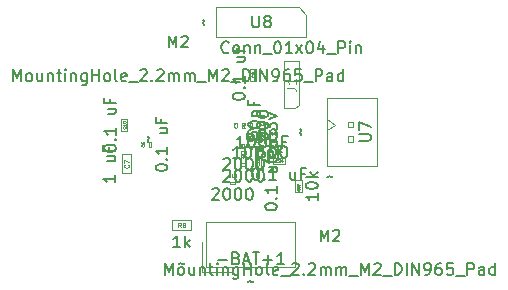
<source format=gbr>
G04 #@! TF.GenerationSoftware,KiCad,Pcbnew,9.0.4*
G04 #@! TF.CreationDate,2025-10-13T14:39:45-04:00*
G04 #@! TF.ProjectId,bldc motor controller,626c6463-206d-46f7-946f-7220636f6e74,rev?*
G04 #@! TF.SameCoordinates,Original*
G04 #@! TF.FileFunction,AssemblyDrawing,Top*
%FSLAX46Y46*%
G04 Gerber Fmt 4.6, Leading zero omitted, Abs format (unit mm)*
G04 Created by KiCad (PCBNEW 9.0.4) date 2025-10-13 14:39:45*
%MOMM*%
%LPD*%
G01*
G04 APERTURE LIST*
%ADD10C,0.150000*%
%ADD11C,0.114000*%
%ADD12C,0.040000*%
%ADD13C,0.060000*%
%ADD14C,0.140000*%
%ADD15C,0.100000*%
G04 APERTURE END LIST*
D10*
X148638095Y-91346866D02*
X148685714Y-91299247D01*
X148685714Y-91299247D02*
X148780952Y-91251628D01*
X148780952Y-91251628D02*
X148971428Y-91346866D01*
X148971428Y-91346866D02*
X149066666Y-91299247D01*
X149066666Y-91299247D02*
X149114285Y-91251628D01*
X146250866Y-92561904D02*
X146203247Y-92514285D01*
X146203247Y-92514285D02*
X146155628Y-92419047D01*
X146155628Y-92419047D02*
X146250866Y-92228571D01*
X146250866Y-92228571D02*
X146203247Y-92133333D01*
X146203247Y-92133333D02*
X146155628Y-92085714D01*
X136038595Y-98694866D02*
X136086214Y-98647247D01*
X136086214Y-98647247D02*
X136181452Y-98599628D01*
X136181452Y-98599628D02*
X136371928Y-98694866D01*
X136371928Y-98694866D02*
X136467166Y-98647247D01*
X136467166Y-98647247D02*
X136514785Y-98599628D01*
X140290475Y-80749580D02*
X140242856Y-80797200D01*
X140242856Y-80797200D02*
X140099999Y-80844819D01*
X140099999Y-80844819D02*
X140004761Y-80844819D01*
X140004761Y-80844819D02*
X139861904Y-80797200D01*
X139861904Y-80797200D02*
X139766666Y-80701961D01*
X139766666Y-80701961D02*
X139719047Y-80606723D01*
X139719047Y-80606723D02*
X139671428Y-80416247D01*
X139671428Y-80416247D02*
X139671428Y-80273390D01*
X139671428Y-80273390D02*
X139719047Y-80082914D01*
X139719047Y-80082914D02*
X139766666Y-79987676D01*
X139766666Y-79987676D02*
X139861904Y-79892438D01*
X139861904Y-79892438D02*
X140004761Y-79844819D01*
X140004761Y-79844819D02*
X140099999Y-79844819D01*
X140099999Y-79844819D02*
X140242856Y-79892438D01*
X140242856Y-79892438D02*
X140290475Y-79940057D01*
X140861904Y-80844819D02*
X140766666Y-80797200D01*
X140766666Y-80797200D02*
X140719047Y-80749580D01*
X140719047Y-80749580D02*
X140671428Y-80654342D01*
X140671428Y-80654342D02*
X140671428Y-80368628D01*
X140671428Y-80368628D02*
X140719047Y-80273390D01*
X140719047Y-80273390D02*
X140766666Y-80225771D01*
X140766666Y-80225771D02*
X140861904Y-80178152D01*
X140861904Y-80178152D02*
X141004761Y-80178152D01*
X141004761Y-80178152D02*
X141099999Y-80225771D01*
X141099999Y-80225771D02*
X141147618Y-80273390D01*
X141147618Y-80273390D02*
X141195237Y-80368628D01*
X141195237Y-80368628D02*
X141195237Y-80654342D01*
X141195237Y-80654342D02*
X141147618Y-80749580D01*
X141147618Y-80749580D02*
X141099999Y-80797200D01*
X141099999Y-80797200D02*
X141004761Y-80844819D01*
X141004761Y-80844819D02*
X140861904Y-80844819D01*
X141623809Y-80178152D02*
X141623809Y-80844819D01*
X141623809Y-80273390D02*
X141671428Y-80225771D01*
X141671428Y-80225771D02*
X141766666Y-80178152D01*
X141766666Y-80178152D02*
X141909523Y-80178152D01*
X141909523Y-80178152D02*
X142004761Y-80225771D01*
X142004761Y-80225771D02*
X142052380Y-80321009D01*
X142052380Y-80321009D02*
X142052380Y-80844819D01*
X142528571Y-80178152D02*
X142528571Y-80844819D01*
X142528571Y-80273390D02*
X142576190Y-80225771D01*
X142576190Y-80225771D02*
X142671428Y-80178152D01*
X142671428Y-80178152D02*
X142814285Y-80178152D01*
X142814285Y-80178152D02*
X142909523Y-80225771D01*
X142909523Y-80225771D02*
X142957142Y-80321009D01*
X142957142Y-80321009D02*
X142957142Y-80844819D01*
X143195238Y-80940057D02*
X143957142Y-80940057D01*
X144385714Y-79844819D02*
X144480952Y-79844819D01*
X144480952Y-79844819D02*
X144576190Y-79892438D01*
X144576190Y-79892438D02*
X144623809Y-79940057D01*
X144623809Y-79940057D02*
X144671428Y-80035295D01*
X144671428Y-80035295D02*
X144719047Y-80225771D01*
X144719047Y-80225771D02*
X144719047Y-80463866D01*
X144719047Y-80463866D02*
X144671428Y-80654342D01*
X144671428Y-80654342D02*
X144623809Y-80749580D01*
X144623809Y-80749580D02*
X144576190Y-80797200D01*
X144576190Y-80797200D02*
X144480952Y-80844819D01*
X144480952Y-80844819D02*
X144385714Y-80844819D01*
X144385714Y-80844819D02*
X144290476Y-80797200D01*
X144290476Y-80797200D02*
X144242857Y-80749580D01*
X144242857Y-80749580D02*
X144195238Y-80654342D01*
X144195238Y-80654342D02*
X144147619Y-80463866D01*
X144147619Y-80463866D02*
X144147619Y-80225771D01*
X144147619Y-80225771D02*
X144195238Y-80035295D01*
X144195238Y-80035295D02*
X144242857Y-79940057D01*
X144242857Y-79940057D02*
X144290476Y-79892438D01*
X144290476Y-79892438D02*
X144385714Y-79844819D01*
X145671428Y-80844819D02*
X145100000Y-80844819D01*
X145385714Y-80844819D02*
X145385714Y-79844819D01*
X145385714Y-79844819D02*
X145290476Y-79987676D01*
X145290476Y-79987676D02*
X145195238Y-80082914D01*
X145195238Y-80082914D02*
X145100000Y-80130533D01*
X146004762Y-80844819D02*
X146528571Y-80178152D01*
X146004762Y-80178152D02*
X146528571Y-80844819D01*
X147100000Y-79844819D02*
X147195238Y-79844819D01*
X147195238Y-79844819D02*
X147290476Y-79892438D01*
X147290476Y-79892438D02*
X147338095Y-79940057D01*
X147338095Y-79940057D02*
X147385714Y-80035295D01*
X147385714Y-80035295D02*
X147433333Y-80225771D01*
X147433333Y-80225771D02*
X147433333Y-80463866D01*
X147433333Y-80463866D02*
X147385714Y-80654342D01*
X147385714Y-80654342D02*
X147338095Y-80749580D01*
X147338095Y-80749580D02*
X147290476Y-80797200D01*
X147290476Y-80797200D02*
X147195238Y-80844819D01*
X147195238Y-80844819D02*
X147100000Y-80844819D01*
X147100000Y-80844819D02*
X147004762Y-80797200D01*
X147004762Y-80797200D02*
X146957143Y-80749580D01*
X146957143Y-80749580D02*
X146909524Y-80654342D01*
X146909524Y-80654342D02*
X146861905Y-80463866D01*
X146861905Y-80463866D02*
X146861905Y-80225771D01*
X146861905Y-80225771D02*
X146909524Y-80035295D01*
X146909524Y-80035295D02*
X146957143Y-79940057D01*
X146957143Y-79940057D02*
X147004762Y-79892438D01*
X147004762Y-79892438D02*
X147100000Y-79844819D01*
X148290476Y-80178152D02*
X148290476Y-80844819D01*
X148052381Y-79797200D02*
X147814286Y-80511485D01*
X147814286Y-80511485D02*
X148433333Y-80511485D01*
X148576191Y-80940057D02*
X149338095Y-80940057D01*
X149576191Y-80844819D02*
X149576191Y-79844819D01*
X149576191Y-79844819D02*
X149957143Y-79844819D01*
X149957143Y-79844819D02*
X150052381Y-79892438D01*
X150052381Y-79892438D02*
X150100000Y-79940057D01*
X150100000Y-79940057D02*
X150147619Y-80035295D01*
X150147619Y-80035295D02*
X150147619Y-80178152D01*
X150147619Y-80178152D02*
X150100000Y-80273390D01*
X150100000Y-80273390D02*
X150052381Y-80321009D01*
X150052381Y-80321009D02*
X149957143Y-80368628D01*
X149957143Y-80368628D02*
X149576191Y-80368628D01*
X150576191Y-80844819D02*
X150576191Y-80178152D01*
X150576191Y-79844819D02*
X150528572Y-79892438D01*
X150528572Y-79892438D02*
X150576191Y-79940057D01*
X150576191Y-79940057D02*
X150623810Y-79892438D01*
X150623810Y-79892438D02*
X150576191Y-79844819D01*
X150576191Y-79844819D02*
X150576191Y-79940057D01*
X151052381Y-80178152D02*
X151052381Y-80844819D01*
X151052381Y-80273390D02*
X151100000Y-80225771D01*
X151100000Y-80225771D02*
X151195238Y-80178152D01*
X151195238Y-80178152D02*
X151338095Y-80178152D01*
X151338095Y-80178152D02*
X151433333Y-80225771D01*
X151433333Y-80225771D02*
X151480952Y-80321009D01*
X151480952Y-80321009D02*
X151480952Y-80844819D01*
D11*
X145185662Y-83753333D02*
X145728519Y-83753333D01*
X145728519Y-83753333D02*
X145837091Y-83789524D01*
X145837091Y-83789524D02*
X145909472Y-83861905D01*
X145909472Y-83861905D02*
X145945662Y-83970476D01*
X145945662Y-83970476D02*
X145945662Y-84042857D01*
X145945662Y-82993333D02*
X145945662Y-83427619D01*
X145945662Y-83210476D02*
X145185662Y-83210476D01*
X145185662Y-83210476D02*
X145294233Y-83282857D01*
X145294233Y-83282857D02*
X145366614Y-83355238D01*
X145366614Y-83355238D02*
X145402805Y-83427619D01*
D10*
X141888095Y-100223866D02*
X141935714Y-100176247D01*
X141935714Y-100176247D02*
X142030952Y-100128628D01*
X142030952Y-100128628D02*
X142221428Y-100223866D01*
X142221428Y-100223866D02*
X142316666Y-100176247D01*
X142316666Y-100176247D02*
X142364285Y-100128628D01*
X139364286Y-98323866D02*
X140126191Y-98323866D01*
X140935714Y-98181009D02*
X141078571Y-98228628D01*
X141078571Y-98228628D02*
X141126190Y-98276247D01*
X141126190Y-98276247D02*
X141173809Y-98371485D01*
X141173809Y-98371485D02*
X141173809Y-98514342D01*
X141173809Y-98514342D02*
X141126190Y-98609580D01*
X141126190Y-98609580D02*
X141078571Y-98657200D01*
X141078571Y-98657200D02*
X140983333Y-98704819D01*
X140983333Y-98704819D02*
X140602381Y-98704819D01*
X140602381Y-98704819D02*
X140602381Y-97704819D01*
X140602381Y-97704819D02*
X140935714Y-97704819D01*
X140935714Y-97704819D02*
X141030952Y-97752438D01*
X141030952Y-97752438D02*
X141078571Y-97800057D01*
X141078571Y-97800057D02*
X141126190Y-97895295D01*
X141126190Y-97895295D02*
X141126190Y-97990533D01*
X141126190Y-97990533D02*
X141078571Y-98085771D01*
X141078571Y-98085771D02*
X141030952Y-98133390D01*
X141030952Y-98133390D02*
X140935714Y-98181009D01*
X140935714Y-98181009D02*
X140602381Y-98181009D01*
X141554762Y-98419104D02*
X142030952Y-98419104D01*
X141459524Y-98704819D02*
X141792857Y-97704819D01*
X141792857Y-97704819D02*
X142126190Y-98704819D01*
X142316667Y-97704819D02*
X142888095Y-97704819D01*
X142602381Y-98704819D02*
X142602381Y-97704819D01*
X143221429Y-98323866D02*
X143983334Y-98323866D01*
X143602381Y-98704819D02*
X143602381Y-97942914D01*
X144983333Y-98704819D02*
X144411905Y-98704819D01*
X144697619Y-98704819D02*
X144697619Y-97704819D01*
X144697619Y-97704819D02*
X144602381Y-97847676D01*
X144602381Y-97847676D02*
X144507143Y-97942914D01*
X144507143Y-97942914D02*
X144411905Y-97990533D01*
X138885714Y-92350057D02*
X138933333Y-92302438D01*
X138933333Y-92302438D02*
X139028571Y-92254819D01*
X139028571Y-92254819D02*
X139266666Y-92254819D01*
X139266666Y-92254819D02*
X139361904Y-92302438D01*
X139361904Y-92302438D02*
X139409523Y-92350057D01*
X139409523Y-92350057D02*
X139457142Y-92445295D01*
X139457142Y-92445295D02*
X139457142Y-92540533D01*
X139457142Y-92540533D02*
X139409523Y-92683390D01*
X139409523Y-92683390D02*
X138838095Y-93254819D01*
X138838095Y-93254819D02*
X139457142Y-93254819D01*
X140076190Y-92254819D02*
X140171428Y-92254819D01*
X140171428Y-92254819D02*
X140266666Y-92302438D01*
X140266666Y-92302438D02*
X140314285Y-92350057D01*
X140314285Y-92350057D02*
X140361904Y-92445295D01*
X140361904Y-92445295D02*
X140409523Y-92635771D01*
X140409523Y-92635771D02*
X140409523Y-92873866D01*
X140409523Y-92873866D02*
X140361904Y-93064342D01*
X140361904Y-93064342D02*
X140314285Y-93159580D01*
X140314285Y-93159580D02*
X140266666Y-93207200D01*
X140266666Y-93207200D02*
X140171428Y-93254819D01*
X140171428Y-93254819D02*
X140076190Y-93254819D01*
X140076190Y-93254819D02*
X139980952Y-93207200D01*
X139980952Y-93207200D02*
X139933333Y-93159580D01*
X139933333Y-93159580D02*
X139885714Y-93064342D01*
X139885714Y-93064342D02*
X139838095Y-92873866D01*
X139838095Y-92873866D02*
X139838095Y-92635771D01*
X139838095Y-92635771D02*
X139885714Y-92445295D01*
X139885714Y-92445295D02*
X139933333Y-92350057D01*
X139933333Y-92350057D02*
X139980952Y-92302438D01*
X139980952Y-92302438D02*
X140076190Y-92254819D01*
X141028571Y-92254819D02*
X141123809Y-92254819D01*
X141123809Y-92254819D02*
X141219047Y-92302438D01*
X141219047Y-92302438D02*
X141266666Y-92350057D01*
X141266666Y-92350057D02*
X141314285Y-92445295D01*
X141314285Y-92445295D02*
X141361904Y-92635771D01*
X141361904Y-92635771D02*
X141361904Y-92873866D01*
X141361904Y-92873866D02*
X141314285Y-93064342D01*
X141314285Y-93064342D02*
X141266666Y-93159580D01*
X141266666Y-93159580D02*
X141219047Y-93207200D01*
X141219047Y-93207200D02*
X141123809Y-93254819D01*
X141123809Y-93254819D02*
X141028571Y-93254819D01*
X141028571Y-93254819D02*
X140933333Y-93207200D01*
X140933333Y-93207200D02*
X140885714Y-93159580D01*
X140885714Y-93159580D02*
X140838095Y-93064342D01*
X140838095Y-93064342D02*
X140790476Y-92873866D01*
X140790476Y-92873866D02*
X140790476Y-92635771D01*
X140790476Y-92635771D02*
X140838095Y-92445295D01*
X140838095Y-92445295D02*
X140885714Y-92350057D01*
X140885714Y-92350057D02*
X140933333Y-92302438D01*
X140933333Y-92302438D02*
X141028571Y-92254819D01*
X141980952Y-92254819D02*
X142076190Y-92254819D01*
X142076190Y-92254819D02*
X142171428Y-92302438D01*
X142171428Y-92302438D02*
X142219047Y-92350057D01*
X142219047Y-92350057D02*
X142266666Y-92445295D01*
X142266666Y-92445295D02*
X142314285Y-92635771D01*
X142314285Y-92635771D02*
X142314285Y-92873866D01*
X142314285Y-92873866D02*
X142266666Y-93064342D01*
X142266666Y-93064342D02*
X142219047Y-93159580D01*
X142219047Y-93159580D02*
X142171428Y-93207200D01*
X142171428Y-93207200D02*
X142076190Y-93254819D01*
X142076190Y-93254819D02*
X141980952Y-93254819D01*
X141980952Y-93254819D02*
X141885714Y-93207200D01*
X141885714Y-93207200D02*
X141838095Y-93159580D01*
X141838095Y-93159580D02*
X141790476Y-93064342D01*
X141790476Y-93064342D02*
X141742857Y-92873866D01*
X141742857Y-92873866D02*
X141742857Y-92635771D01*
X141742857Y-92635771D02*
X141790476Y-92445295D01*
X141790476Y-92445295D02*
X141838095Y-92350057D01*
X141838095Y-92350057D02*
X141885714Y-92302438D01*
X141885714Y-92302438D02*
X141980952Y-92254819D01*
D12*
X140439285Y-91293574D02*
X140355952Y-91174527D01*
X140296428Y-91293574D02*
X140296428Y-91043574D01*
X140296428Y-91043574D02*
X140391666Y-91043574D01*
X140391666Y-91043574D02*
X140415476Y-91055479D01*
X140415476Y-91055479D02*
X140427381Y-91067384D01*
X140427381Y-91067384D02*
X140439285Y-91091193D01*
X140439285Y-91091193D02*
X140439285Y-91126908D01*
X140439285Y-91126908D02*
X140427381Y-91150717D01*
X140427381Y-91150717D02*
X140415476Y-91162622D01*
X140415476Y-91162622D02*
X140391666Y-91174527D01*
X140391666Y-91174527D02*
X140296428Y-91174527D01*
X140677381Y-91293574D02*
X140534524Y-91293574D01*
X140605952Y-91293574D02*
X140605952Y-91043574D01*
X140605952Y-91043574D02*
X140582143Y-91079289D01*
X140582143Y-91079289D02*
X140558333Y-91103098D01*
X140558333Y-91103098D02*
X140534524Y-91115003D01*
X140832142Y-91043574D02*
X140855952Y-91043574D01*
X140855952Y-91043574D02*
X140879761Y-91055479D01*
X140879761Y-91055479D02*
X140891666Y-91067384D01*
X140891666Y-91067384D02*
X140903571Y-91091193D01*
X140903571Y-91091193D02*
X140915476Y-91138812D01*
X140915476Y-91138812D02*
X140915476Y-91198336D01*
X140915476Y-91198336D02*
X140903571Y-91245955D01*
X140903571Y-91245955D02*
X140891666Y-91269765D01*
X140891666Y-91269765D02*
X140879761Y-91281670D01*
X140879761Y-91281670D02*
X140855952Y-91293574D01*
X140855952Y-91293574D02*
X140832142Y-91293574D01*
X140832142Y-91293574D02*
X140808333Y-91281670D01*
X140808333Y-91281670D02*
X140796428Y-91269765D01*
X140796428Y-91269765D02*
X140784523Y-91245955D01*
X140784523Y-91245955D02*
X140772619Y-91198336D01*
X140772619Y-91198336D02*
X140772619Y-91138812D01*
X140772619Y-91138812D02*
X140784523Y-91091193D01*
X140784523Y-91091193D02*
X140796428Y-91067384D01*
X140796428Y-91067384D02*
X140808333Y-91055479D01*
X140808333Y-91055479D02*
X140832142Y-91043574D01*
D10*
X141252380Y-89704819D02*
X140680952Y-89704819D01*
X140966666Y-89704819D02*
X140966666Y-88704819D01*
X140966666Y-88704819D02*
X140871428Y-88847676D01*
X140871428Y-88847676D02*
X140776190Y-88942914D01*
X140776190Y-88942914D02*
X140680952Y-88990533D01*
X141871428Y-88704819D02*
X141966666Y-88704819D01*
X141966666Y-88704819D02*
X142061904Y-88752438D01*
X142061904Y-88752438D02*
X142109523Y-88800057D01*
X142109523Y-88800057D02*
X142157142Y-88895295D01*
X142157142Y-88895295D02*
X142204761Y-89085771D01*
X142204761Y-89085771D02*
X142204761Y-89323866D01*
X142204761Y-89323866D02*
X142157142Y-89514342D01*
X142157142Y-89514342D02*
X142109523Y-89609580D01*
X142109523Y-89609580D02*
X142061904Y-89657200D01*
X142061904Y-89657200D02*
X141966666Y-89704819D01*
X141966666Y-89704819D02*
X141871428Y-89704819D01*
X141871428Y-89704819D02*
X141776190Y-89657200D01*
X141776190Y-89657200D02*
X141728571Y-89609580D01*
X141728571Y-89609580D02*
X141680952Y-89514342D01*
X141680952Y-89514342D02*
X141633333Y-89323866D01*
X141633333Y-89323866D02*
X141633333Y-89085771D01*
X141633333Y-89085771D02*
X141680952Y-88895295D01*
X141680952Y-88895295D02*
X141728571Y-88800057D01*
X141728571Y-88800057D02*
X141776190Y-88752438D01*
X141776190Y-88752438D02*
X141871428Y-88704819D01*
X142823809Y-88704819D02*
X142919047Y-88704819D01*
X142919047Y-88704819D02*
X143014285Y-88752438D01*
X143014285Y-88752438D02*
X143061904Y-88800057D01*
X143061904Y-88800057D02*
X143109523Y-88895295D01*
X143109523Y-88895295D02*
X143157142Y-89085771D01*
X143157142Y-89085771D02*
X143157142Y-89323866D01*
X143157142Y-89323866D02*
X143109523Y-89514342D01*
X143109523Y-89514342D02*
X143061904Y-89609580D01*
X143061904Y-89609580D02*
X143014285Y-89657200D01*
X143014285Y-89657200D02*
X142919047Y-89704819D01*
X142919047Y-89704819D02*
X142823809Y-89704819D01*
X142823809Y-89704819D02*
X142728571Y-89657200D01*
X142728571Y-89657200D02*
X142680952Y-89609580D01*
X142680952Y-89609580D02*
X142633333Y-89514342D01*
X142633333Y-89514342D02*
X142585714Y-89323866D01*
X142585714Y-89323866D02*
X142585714Y-89085771D01*
X142585714Y-89085771D02*
X142633333Y-88895295D01*
X142633333Y-88895295D02*
X142680952Y-88800057D01*
X142680952Y-88800057D02*
X142728571Y-88752438D01*
X142728571Y-88752438D02*
X142823809Y-88704819D01*
X143585714Y-89038152D02*
X143585714Y-90038152D01*
X143585714Y-89085771D02*
X143680952Y-89038152D01*
X143680952Y-89038152D02*
X143871428Y-89038152D01*
X143871428Y-89038152D02*
X143966666Y-89085771D01*
X143966666Y-89085771D02*
X144014285Y-89133390D01*
X144014285Y-89133390D02*
X144061904Y-89228628D01*
X144061904Y-89228628D02*
X144061904Y-89514342D01*
X144061904Y-89514342D02*
X144014285Y-89609580D01*
X144014285Y-89609580D02*
X143966666Y-89657200D01*
X143966666Y-89657200D02*
X143871428Y-89704819D01*
X143871428Y-89704819D02*
X143680952Y-89704819D01*
X143680952Y-89704819D02*
X143585714Y-89657200D01*
X144823809Y-89181009D02*
X144490476Y-89181009D01*
X144490476Y-89704819D02*
X144490476Y-88704819D01*
X144490476Y-88704819D02*
X144966666Y-88704819D01*
D12*
X142758333Y-87719765D02*
X142746429Y-87731670D01*
X142746429Y-87731670D02*
X142710714Y-87743574D01*
X142710714Y-87743574D02*
X142686905Y-87743574D01*
X142686905Y-87743574D02*
X142651191Y-87731670D01*
X142651191Y-87731670D02*
X142627381Y-87707860D01*
X142627381Y-87707860D02*
X142615476Y-87684050D01*
X142615476Y-87684050D02*
X142603572Y-87636431D01*
X142603572Y-87636431D02*
X142603572Y-87600717D01*
X142603572Y-87600717D02*
X142615476Y-87553098D01*
X142615476Y-87553098D02*
X142627381Y-87529289D01*
X142627381Y-87529289D02*
X142651191Y-87505479D01*
X142651191Y-87505479D02*
X142686905Y-87493574D01*
X142686905Y-87493574D02*
X142710714Y-87493574D01*
X142710714Y-87493574D02*
X142746429Y-87505479D01*
X142746429Y-87505479D02*
X142758333Y-87517384D01*
X142984524Y-87493574D02*
X142865476Y-87493574D01*
X142865476Y-87493574D02*
X142853572Y-87612622D01*
X142853572Y-87612622D02*
X142865476Y-87600717D01*
X142865476Y-87600717D02*
X142889286Y-87588812D01*
X142889286Y-87588812D02*
X142948810Y-87588812D01*
X142948810Y-87588812D02*
X142972619Y-87600717D01*
X142972619Y-87600717D02*
X142984524Y-87612622D01*
X142984524Y-87612622D02*
X142996429Y-87636431D01*
X142996429Y-87636431D02*
X142996429Y-87695955D01*
X142996429Y-87695955D02*
X142984524Y-87719765D01*
X142984524Y-87719765D02*
X142972619Y-87731670D01*
X142972619Y-87731670D02*
X142948810Y-87743574D01*
X142948810Y-87743574D02*
X142889286Y-87743574D01*
X142889286Y-87743574D02*
X142865476Y-87731670D01*
X142865476Y-87731670D02*
X142853572Y-87719765D01*
D10*
X142526190Y-90564819D02*
X142621428Y-90564819D01*
X142621428Y-90564819D02*
X142716666Y-90612438D01*
X142716666Y-90612438D02*
X142764285Y-90660057D01*
X142764285Y-90660057D02*
X142811904Y-90755295D01*
X142811904Y-90755295D02*
X142859523Y-90945771D01*
X142859523Y-90945771D02*
X142859523Y-91183866D01*
X142859523Y-91183866D02*
X142811904Y-91374342D01*
X142811904Y-91374342D02*
X142764285Y-91469580D01*
X142764285Y-91469580D02*
X142716666Y-91517200D01*
X142716666Y-91517200D02*
X142621428Y-91564819D01*
X142621428Y-91564819D02*
X142526190Y-91564819D01*
X142526190Y-91564819D02*
X142430952Y-91517200D01*
X142430952Y-91517200D02*
X142383333Y-91469580D01*
X142383333Y-91469580D02*
X142335714Y-91374342D01*
X142335714Y-91374342D02*
X142288095Y-91183866D01*
X142288095Y-91183866D02*
X142288095Y-90945771D01*
X142288095Y-90945771D02*
X142335714Y-90755295D01*
X142335714Y-90755295D02*
X142383333Y-90660057D01*
X142383333Y-90660057D02*
X142430952Y-90612438D01*
X142430952Y-90612438D02*
X142526190Y-90564819D01*
X143288095Y-91469580D02*
X143335714Y-91517200D01*
X143335714Y-91517200D02*
X143288095Y-91564819D01*
X143288095Y-91564819D02*
X143240476Y-91517200D01*
X143240476Y-91517200D02*
X143288095Y-91469580D01*
X143288095Y-91469580D02*
X143288095Y-91564819D01*
X144288094Y-91564819D02*
X143716666Y-91564819D01*
X144002380Y-91564819D02*
X144002380Y-90564819D01*
X144002380Y-90564819D02*
X143907142Y-90707676D01*
X143907142Y-90707676D02*
X143811904Y-90802914D01*
X143811904Y-90802914D02*
X143716666Y-90850533D01*
X145907142Y-90898152D02*
X145907142Y-91564819D01*
X145478571Y-90898152D02*
X145478571Y-91421961D01*
X145478571Y-91421961D02*
X145526190Y-91517200D01*
X145526190Y-91517200D02*
X145621428Y-91564819D01*
X145621428Y-91564819D02*
X145764285Y-91564819D01*
X145764285Y-91564819D02*
X145859523Y-91517200D01*
X145859523Y-91517200D02*
X145907142Y-91469580D01*
X146716666Y-91041009D02*
X146383333Y-91041009D01*
X146383333Y-91564819D02*
X146383333Y-90564819D01*
X146383333Y-90564819D02*
X146859523Y-90564819D01*
D12*
X144389285Y-90039765D02*
X144377381Y-90051670D01*
X144377381Y-90051670D02*
X144341666Y-90063574D01*
X144341666Y-90063574D02*
X144317857Y-90063574D01*
X144317857Y-90063574D02*
X144282143Y-90051670D01*
X144282143Y-90051670D02*
X144258333Y-90027860D01*
X144258333Y-90027860D02*
X144246428Y-90004050D01*
X144246428Y-90004050D02*
X144234524Y-89956431D01*
X144234524Y-89956431D02*
X144234524Y-89920717D01*
X144234524Y-89920717D02*
X144246428Y-89873098D01*
X144246428Y-89873098D02*
X144258333Y-89849289D01*
X144258333Y-89849289D02*
X144282143Y-89825479D01*
X144282143Y-89825479D02*
X144317857Y-89813574D01*
X144317857Y-89813574D02*
X144341666Y-89813574D01*
X144341666Y-89813574D02*
X144377381Y-89825479D01*
X144377381Y-89825479D02*
X144389285Y-89837384D01*
X144484524Y-89837384D02*
X144496428Y-89825479D01*
X144496428Y-89825479D02*
X144520238Y-89813574D01*
X144520238Y-89813574D02*
X144579762Y-89813574D01*
X144579762Y-89813574D02*
X144603571Y-89825479D01*
X144603571Y-89825479D02*
X144615476Y-89837384D01*
X144615476Y-89837384D02*
X144627381Y-89861193D01*
X144627381Y-89861193D02*
X144627381Y-89885003D01*
X144627381Y-89885003D02*
X144615476Y-89920717D01*
X144615476Y-89920717D02*
X144472619Y-90063574D01*
X144472619Y-90063574D02*
X144627381Y-90063574D01*
X144841666Y-89896908D02*
X144841666Y-90063574D01*
X144782142Y-89801670D02*
X144722619Y-89980241D01*
X144722619Y-89980241D02*
X144877380Y-89980241D01*
D10*
X130674819Y-91176190D02*
X130674819Y-91747618D01*
X130674819Y-91461904D02*
X129674819Y-91461904D01*
X129674819Y-91461904D02*
X129817676Y-91557142D01*
X129817676Y-91557142D02*
X129912914Y-91652380D01*
X129912914Y-91652380D02*
X129960533Y-91747618D01*
X130008152Y-89557142D02*
X130674819Y-89557142D01*
X130008152Y-89985713D02*
X130531961Y-89985713D01*
X130531961Y-89985713D02*
X130627200Y-89938094D01*
X130627200Y-89938094D02*
X130674819Y-89842856D01*
X130674819Y-89842856D02*
X130674819Y-89699999D01*
X130674819Y-89699999D02*
X130627200Y-89604761D01*
X130627200Y-89604761D02*
X130579580Y-89557142D01*
X130151009Y-88747618D02*
X130151009Y-89080951D01*
X130674819Y-89080951D02*
X129674819Y-89080951D01*
X129674819Y-89080951D02*
X129674819Y-88604761D01*
D13*
X131793832Y-90266666D02*
X131812880Y-90285714D01*
X131812880Y-90285714D02*
X131831927Y-90342856D01*
X131831927Y-90342856D02*
X131831927Y-90380952D01*
X131831927Y-90380952D02*
X131812880Y-90438095D01*
X131812880Y-90438095D02*
X131774784Y-90476190D01*
X131774784Y-90476190D02*
X131736689Y-90495237D01*
X131736689Y-90495237D02*
X131660499Y-90514285D01*
X131660499Y-90514285D02*
X131603356Y-90514285D01*
X131603356Y-90514285D02*
X131527165Y-90495237D01*
X131527165Y-90495237D02*
X131489070Y-90476190D01*
X131489070Y-90476190D02*
X131450975Y-90438095D01*
X131450975Y-90438095D02*
X131431927Y-90380952D01*
X131431927Y-90380952D02*
X131431927Y-90342856D01*
X131431927Y-90342856D02*
X131450975Y-90285714D01*
X131450975Y-90285714D02*
X131470022Y-90266666D01*
X131431927Y-90133333D02*
X131431927Y-89866666D01*
X131431927Y-89866666D02*
X131831927Y-90038095D01*
D10*
X138203866Y-78461904D02*
X138156247Y-78414285D01*
X138156247Y-78414285D02*
X138108628Y-78319047D01*
X138108628Y-78319047D02*
X138203866Y-78128571D01*
X138203866Y-78128571D02*
X138156247Y-78033333D01*
X138156247Y-78033333D02*
X138108628Y-77985714D01*
X142288095Y-77654819D02*
X142288095Y-78464342D01*
X142288095Y-78464342D02*
X142335714Y-78559580D01*
X142335714Y-78559580D02*
X142383333Y-78607200D01*
X142383333Y-78607200D02*
X142478571Y-78654819D01*
X142478571Y-78654819D02*
X142669047Y-78654819D01*
X142669047Y-78654819D02*
X142764285Y-78607200D01*
X142764285Y-78607200D02*
X142811904Y-78559580D01*
X142811904Y-78559580D02*
X142859523Y-78464342D01*
X142859523Y-78464342D02*
X142859523Y-77654819D01*
X143478571Y-78083390D02*
X143383333Y-78035771D01*
X143383333Y-78035771D02*
X143335714Y-77988152D01*
X143335714Y-77988152D02*
X143288095Y-77892914D01*
X143288095Y-77892914D02*
X143288095Y-77845295D01*
X143288095Y-77845295D02*
X143335714Y-77750057D01*
X143335714Y-77750057D02*
X143383333Y-77702438D01*
X143383333Y-77702438D02*
X143478571Y-77654819D01*
X143478571Y-77654819D02*
X143669047Y-77654819D01*
X143669047Y-77654819D02*
X143764285Y-77702438D01*
X143764285Y-77702438D02*
X143811904Y-77750057D01*
X143811904Y-77750057D02*
X143859523Y-77845295D01*
X143859523Y-77845295D02*
X143859523Y-77892914D01*
X143859523Y-77892914D02*
X143811904Y-77988152D01*
X143811904Y-77988152D02*
X143764285Y-78035771D01*
X143764285Y-78035771D02*
X143669047Y-78083390D01*
X143669047Y-78083390D02*
X143478571Y-78083390D01*
X143478571Y-78083390D02*
X143383333Y-78131009D01*
X143383333Y-78131009D02*
X143335714Y-78178628D01*
X143335714Y-78178628D02*
X143288095Y-78273866D01*
X143288095Y-78273866D02*
X143288095Y-78464342D01*
X143288095Y-78464342D02*
X143335714Y-78559580D01*
X143335714Y-78559580D02*
X143383333Y-78607200D01*
X143383333Y-78607200D02*
X143478571Y-78654819D01*
X143478571Y-78654819D02*
X143669047Y-78654819D01*
X143669047Y-78654819D02*
X143764285Y-78607200D01*
X143764285Y-78607200D02*
X143811904Y-78559580D01*
X143811904Y-78559580D02*
X143859523Y-78464342D01*
X143859523Y-78464342D02*
X143859523Y-78273866D01*
X143859523Y-78273866D02*
X143811904Y-78178628D01*
X143811904Y-78178628D02*
X143764285Y-78131009D01*
X143764285Y-78131009D02*
X143669047Y-78083390D01*
X141552380Y-88854819D02*
X140980952Y-88854819D01*
X141266666Y-88854819D02*
X141266666Y-87854819D01*
X141266666Y-87854819D02*
X141171428Y-87997676D01*
X141171428Y-87997676D02*
X141076190Y-88092914D01*
X141076190Y-88092914D02*
X140980952Y-88140533D01*
X142171428Y-87854819D02*
X142266666Y-87854819D01*
X142266666Y-87854819D02*
X142361904Y-87902438D01*
X142361904Y-87902438D02*
X142409523Y-87950057D01*
X142409523Y-87950057D02*
X142457142Y-88045295D01*
X142457142Y-88045295D02*
X142504761Y-88235771D01*
X142504761Y-88235771D02*
X142504761Y-88473866D01*
X142504761Y-88473866D02*
X142457142Y-88664342D01*
X142457142Y-88664342D02*
X142409523Y-88759580D01*
X142409523Y-88759580D02*
X142361904Y-88807200D01*
X142361904Y-88807200D02*
X142266666Y-88854819D01*
X142266666Y-88854819D02*
X142171428Y-88854819D01*
X142171428Y-88854819D02*
X142076190Y-88807200D01*
X142076190Y-88807200D02*
X142028571Y-88759580D01*
X142028571Y-88759580D02*
X141980952Y-88664342D01*
X141980952Y-88664342D02*
X141933333Y-88473866D01*
X141933333Y-88473866D02*
X141933333Y-88235771D01*
X141933333Y-88235771D02*
X141980952Y-88045295D01*
X141980952Y-88045295D02*
X142028571Y-87950057D01*
X142028571Y-87950057D02*
X142076190Y-87902438D01*
X142076190Y-87902438D02*
X142171428Y-87854819D01*
X143123809Y-87854819D02*
X143219047Y-87854819D01*
X143219047Y-87854819D02*
X143314285Y-87902438D01*
X143314285Y-87902438D02*
X143361904Y-87950057D01*
X143361904Y-87950057D02*
X143409523Y-88045295D01*
X143409523Y-88045295D02*
X143457142Y-88235771D01*
X143457142Y-88235771D02*
X143457142Y-88473866D01*
X143457142Y-88473866D02*
X143409523Y-88664342D01*
X143409523Y-88664342D02*
X143361904Y-88759580D01*
X143361904Y-88759580D02*
X143314285Y-88807200D01*
X143314285Y-88807200D02*
X143219047Y-88854819D01*
X143219047Y-88854819D02*
X143123809Y-88854819D01*
X143123809Y-88854819D02*
X143028571Y-88807200D01*
X143028571Y-88807200D02*
X142980952Y-88759580D01*
X142980952Y-88759580D02*
X142933333Y-88664342D01*
X142933333Y-88664342D02*
X142885714Y-88473866D01*
X142885714Y-88473866D02*
X142885714Y-88235771D01*
X142885714Y-88235771D02*
X142933333Y-88045295D01*
X142933333Y-88045295D02*
X142980952Y-87950057D01*
X142980952Y-87950057D02*
X143028571Y-87902438D01*
X143028571Y-87902438D02*
X143123809Y-87854819D01*
X143885714Y-88188152D02*
X143885714Y-89188152D01*
X143885714Y-88235771D02*
X143980952Y-88188152D01*
X143980952Y-88188152D02*
X144171428Y-88188152D01*
X144171428Y-88188152D02*
X144266666Y-88235771D01*
X144266666Y-88235771D02*
X144314285Y-88283390D01*
X144314285Y-88283390D02*
X144361904Y-88378628D01*
X144361904Y-88378628D02*
X144361904Y-88664342D01*
X144361904Y-88664342D02*
X144314285Y-88759580D01*
X144314285Y-88759580D02*
X144266666Y-88807200D01*
X144266666Y-88807200D02*
X144171428Y-88854819D01*
X144171428Y-88854819D02*
X143980952Y-88854819D01*
X143980952Y-88854819D02*
X143885714Y-88807200D01*
X145123809Y-88331009D02*
X144790476Y-88331009D01*
X144790476Y-88854819D02*
X144790476Y-87854819D01*
X144790476Y-87854819D02*
X145266666Y-87854819D01*
D12*
X143058333Y-86869765D02*
X143046429Y-86881670D01*
X143046429Y-86881670D02*
X143010714Y-86893574D01*
X143010714Y-86893574D02*
X142986905Y-86893574D01*
X142986905Y-86893574D02*
X142951191Y-86881670D01*
X142951191Y-86881670D02*
X142927381Y-86857860D01*
X142927381Y-86857860D02*
X142915476Y-86834050D01*
X142915476Y-86834050D02*
X142903572Y-86786431D01*
X142903572Y-86786431D02*
X142903572Y-86750717D01*
X142903572Y-86750717D02*
X142915476Y-86703098D01*
X142915476Y-86703098D02*
X142927381Y-86679289D01*
X142927381Y-86679289D02*
X142951191Y-86655479D01*
X142951191Y-86655479D02*
X142986905Y-86643574D01*
X142986905Y-86643574D02*
X143010714Y-86643574D01*
X143010714Y-86643574D02*
X143046429Y-86655479D01*
X143046429Y-86655479D02*
X143058333Y-86667384D01*
X143272619Y-86726908D02*
X143272619Y-86893574D01*
X143213095Y-86631670D02*
X143153572Y-86810241D01*
X143153572Y-86810241D02*
X143308333Y-86810241D01*
D10*
X136180952Y-97284819D02*
X135609524Y-97284819D01*
X135895238Y-97284819D02*
X135895238Y-96284819D01*
X135895238Y-96284819D02*
X135800000Y-96427676D01*
X135800000Y-96427676D02*
X135704762Y-96522914D01*
X135704762Y-96522914D02*
X135609524Y-96570533D01*
X136609524Y-97284819D02*
X136609524Y-96284819D01*
X136704762Y-96903866D02*
X136990476Y-97284819D01*
X136990476Y-96618152D02*
X136609524Y-96999104D01*
D13*
X136233333Y-95581927D02*
X136100000Y-95391451D01*
X136004762Y-95581927D02*
X136004762Y-95181927D01*
X136004762Y-95181927D02*
X136157143Y-95181927D01*
X136157143Y-95181927D02*
X136195238Y-95200975D01*
X136195238Y-95200975D02*
X136214285Y-95220022D01*
X136214285Y-95220022D02*
X136233333Y-95258118D01*
X136233333Y-95258118D02*
X136233333Y-95315260D01*
X136233333Y-95315260D02*
X136214285Y-95353356D01*
X136214285Y-95353356D02*
X136195238Y-95372403D01*
X136195238Y-95372403D02*
X136157143Y-95391451D01*
X136157143Y-95391451D02*
X136004762Y-95391451D01*
X136461904Y-95353356D02*
X136423809Y-95334308D01*
X136423809Y-95334308D02*
X136404762Y-95315260D01*
X136404762Y-95315260D02*
X136385714Y-95277165D01*
X136385714Y-95277165D02*
X136385714Y-95258118D01*
X136385714Y-95258118D02*
X136404762Y-95220022D01*
X136404762Y-95220022D02*
X136423809Y-95200975D01*
X136423809Y-95200975D02*
X136461904Y-95181927D01*
X136461904Y-95181927D02*
X136538095Y-95181927D01*
X136538095Y-95181927D02*
X136576190Y-95200975D01*
X136576190Y-95200975D02*
X136595238Y-95220022D01*
X136595238Y-95220022D02*
X136614285Y-95258118D01*
X136614285Y-95258118D02*
X136614285Y-95277165D01*
X136614285Y-95277165D02*
X136595238Y-95315260D01*
X136595238Y-95315260D02*
X136576190Y-95334308D01*
X136576190Y-95334308D02*
X136538095Y-95353356D01*
X136538095Y-95353356D02*
X136461904Y-95353356D01*
X136461904Y-95353356D02*
X136423809Y-95372403D01*
X136423809Y-95372403D02*
X136404762Y-95391451D01*
X136404762Y-95391451D02*
X136385714Y-95429546D01*
X136385714Y-95429546D02*
X136385714Y-95505737D01*
X136385714Y-95505737D02*
X136404762Y-95543832D01*
X136404762Y-95543832D02*
X136423809Y-95562880D01*
X136423809Y-95562880D02*
X136461904Y-95581927D01*
X136461904Y-95581927D02*
X136538095Y-95581927D01*
X136538095Y-95581927D02*
X136576190Y-95562880D01*
X136576190Y-95562880D02*
X136595238Y-95543832D01*
X136595238Y-95543832D02*
X136614285Y-95505737D01*
X136614285Y-95505737D02*
X136614285Y-95429546D01*
X136614285Y-95429546D02*
X136595238Y-95391451D01*
X136595238Y-95391451D02*
X136576190Y-95372403D01*
X136576190Y-95372403D02*
X136538095Y-95353356D01*
D10*
X142338095Y-87254819D02*
X142147619Y-87254819D01*
X142147619Y-87254819D02*
X142052381Y-87302438D01*
X142052381Y-87302438D02*
X142004762Y-87350057D01*
X142004762Y-87350057D02*
X141909524Y-87492914D01*
X141909524Y-87492914D02*
X141861905Y-87683390D01*
X141861905Y-87683390D02*
X141861905Y-88064342D01*
X141861905Y-88064342D02*
X141909524Y-88159580D01*
X141909524Y-88159580D02*
X141957143Y-88207200D01*
X141957143Y-88207200D02*
X142052381Y-88254819D01*
X142052381Y-88254819D02*
X142242857Y-88254819D01*
X142242857Y-88254819D02*
X142338095Y-88207200D01*
X142338095Y-88207200D02*
X142385714Y-88159580D01*
X142385714Y-88159580D02*
X142433333Y-88064342D01*
X142433333Y-88064342D02*
X142433333Y-87826247D01*
X142433333Y-87826247D02*
X142385714Y-87731009D01*
X142385714Y-87731009D02*
X142338095Y-87683390D01*
X142338095Y-87683390D02*
X142242857Y-87635771D01*
X142242857Y-87635771D02*
X142052381Y-87635771D01*
X142052381Y-87635771D02*
X141957143Y-87683390D01*
X141957143Y-87683390D02*
X141909524Y-87731009D01*
X141909524Y-87731009D02*
X141861905Y-87826247D01*
X143052381Y-87254819D02*
X143147619Y-87254819D01*
X143147619Y-87254819D02*
X143242857Y-87302438D01*
X143242857Y-87302438D02*
X143290476Y-87350057D01*
X143290476Y-87350057D02*
X143338095Y-87445295D01*
X143338095Y-87445295D02*
X143385714Y-87635771D01*
X143385714Y-87635771D02*
X143385714Y-87873866D01*
X143385714Y-87873866D02*
X143338095Y-88064342D01*
X143338095Y-88064342D02*
X143290476Y-88159580D01*
X143290476Y-88159580D02*
X143242857Y-88207200D01*
X143242857Y-88207200D02*
X143147619Y-88254819D01*
X143147619Y-88254819D02*
X143052381Y-88254819D01*
X143052381Y-88254819D02*
X142957143Y-88207200D01*
X142957143Y-88207200D02*
X142909524Y-88159580D01*
X142909524Y-88159580D02*
X142861905Y-88064342D01*
X142861905Y-88064342D02*
X142814286Y-87873866D01*
X142814286Y-87873866D02*
X142814286Y-87635771D01*
X142814286Y-87635771D02*
X142861905Y-87445295D01*
X142861905Y-87445295D02*
X142909524Y-87350057D01*
X142909524Y-87350057D02*
X142957143Y-87302438D01*
X142957143Y-87302438D02*
X143052381Y-87254819D01*
X144004762Y-87254819D02*
X144100000Y-87254819D01*
X144100000Y-87254819D02*
X144195238Y-87302438D01*
X144195238Y-87302438D02*
X144242857Y-87350057D01*
X144242857Y-87350057D02*
X144290476Y-87445295D01*
X144290476Y-87445295D02*
X144338095Y-87635771D01*
X144338095Y-87635771D02*
X144338095Y-87873866D01*
X144338095Y-87873866D02*
X144290476Y-88064342D01*
X144290476Y-88064342D02*
X144242857Y-88159580D01*
X144242857Y-88159580D02*
X144195238Y-88207200D01*
X144195238Y-88207200D02*
X144100000Y-88254819D01*
X144100000Y-88254819D02*
X144004762Y-88254819D01*
X144004762Y-88254819D02*
X143909524Y-88207200D01*
X143909524Y-88207200D02*
X143861905Y-88159580D01*
X143861905Y-88159580D02*
X143814286Y-88064342D01*
X143814286Y-88064342D02*
X143766667Y-87873866D01*
X143766667Y-87873866D02*
X143766667Y-87635771D01*
X143766667Y-87635771D02*
X143814286Y-87445295D01*
X143814286Y-87445295D02*
X143861905Y-87350057D01*
X143861905Y-87350057D02*
X143909524Y-87302438D01*
X143909524Y-87302438D02*
X144004762Y-87254819D01*
D12*
X143058333Y-86293574D02*
X142975000Y-86174527D01*
X142915476Y-86293574D02*
X142915476Y-86043574D01*
X142915476Y-86043574D02*
X143010714Y-86043574D01*
X143010714Y-86043574D02*
X143034524Y-86055479D01*
X143034524Y-86055479D02*
X143046429Y-86067384D01*
X143046429Y-86067384D02*
X143058333Y-86091193D01*
X143058333Y-86091193D02*
X143058333Y-86126908D01*
X143058333Y-86126908D02*
X143046429Y-86150717D01*
X143046429Y-86150717D02*
X143034524Y-86162622D01*
X143034524Y-86162622D02*
X143010714Y-86174527D01*
X143010714Y-86174527D02*
X142915476Y-86174527D01*
X143141667Y-86043574D02*
X143296429Y-86043574D01*
X143296429Y-86043574D02*
X143213095Y-86138812D01*
X143213095Y-86138812D02*
X143248810Y-86138812D01*
X143248810Y-86138812D02*
X143272619Y-86150717D01*
X143272619Y-86150717D02*
X143284524Y-86162622D01*
X143284524Y-86162622D02*
X143296429Y-86186431D01*
X143296429Y-86186431D02*
X143296429Y-86245955D01*
X143296429Y-86245955D02*
X143284524Y-86269765D01*
X143284524Y-86269765D02*
X143272619Y-86281670D01*
X143272619Y-86281670D02*
X143248810Y-86293574D01*
X143248810Y-86293574D02*
X143177381Y-86293574D01*
X143177381Y-86293574D02*
X143153572Y-86281670D01*
X143153572Y-86281670D02*
X143141667Y-86269765D01*
D10*
X146423866Y-87761904D02*
X146376247Y-87714285D01*
X146376247Y-87714285D02*
X146328628Y-87619047D01*
X146328628Y-87619047D02*
X146423866Y-87428571D01*
X146423866Y-87428571D02*
X146376247Y-87333333D01*
X146376247Y-87333333D02*
X146328628Y-87285714D01*
X151304819Y-88261904D02*
X152114342Y-88261904D01*
X152114342Y-88261904D02*
X152209580Y-88214285D01*
X152209580Y-88214285D02*
X152257200Y-88166666D01*
X152257200Y-88166666D02*
X152304819Y-88071428D01*
X152304819Y-88071428D02*
X152304819Y-87880952D01*
X152304819Y-87880952D02*
X152257200Y-87785714D01*
X152257200Y-87785714D02*
X152209580Y-87738095D01*
X152209580Y-87738095D02*
X152114342Y-87690476D01*
X152114342Y-87690476D02*
X151304819Y-87690476D01*
X151304819Y-87309523D02*
X151304819Y-86642857D01*
X151304819Y-86642857D02*
X152304819Y-87071428D01*
X139835714Y-89800057D02*
X139883333Y-89752438D01*
X139883333Y-89752438D02*
X139978571Y-89704819D01*
X139978571Y-89704819D02*
X140216666Y-89704819D01*
X140216666Y-89704819D02*
X140311904Y-89752438D01*
X140311904Y-89752438D02*
X140359523Y-89800057D01*
X140359523Y-89800057D02*
X140407142Y-89895295D01*
X140407142Y-89895295D02*
X140407142Y-89990533D01*
X140407142Y-89990533D02*
X140359523Y-90133390D01*
X140359523Y-90133390D02*
X139788095Y-90704819D01*
X139788095Y-90704819D02*
X140407142Y-90704819D01*
X141026190Y-89704819D02*
X141121428Y-89704819D01*
X141121428Y-89704819D02*
X141216666Y-89752438D01*
X141216666Y-89752438D02*
X141264285Y-89800057D01*
X141264285Y-89800057D02*
X141311904Y-89895295D01*
X141311904Y-89895295D02*
X141359523Y-90085771D01*
X141359523Y-90085771D02*
X141359523Y-90323866D01*
X141359523Y-90323866D02*
X141311904Y-90514342D01*
X141311904Y-90514342D02*
X141264285Y-90609580D01*
X141264285Y-90609580D02*
X141216666Y-90657200D01*
X141216666Y-90657200D02*
X141121428Y-90704819D01*
X141121428Y-90704819D02*
X141026190Y-90704819D01*
X141026190Y-90704819D02*
X140930952Y-90657200D01*
X140930952Y-90657200D02*
X140883333Y-90609580D01*
X140883333Y-90609580D02*
X140835714Y-90514342D01*
X140835714Y-90514342D02*
X140788095Y-90323866D01*
X140788095Y-90323866D02*
X140788095Y-90085771D01*
X140788095Y-90085771D02*
X140835714Y-89895295D01*
X140835714Y-89895295D02*
X140883333Y-89800057D01*
X140883333Y-89800057D02*
X140930952Y-89752438D01*
X140930952Y-89752438D02*
X141026190Y-89704819D01*
X141978571Y-89704819D02*
X142073809Y-89704819D01*
X142073809Y-89704819D02*
X142169047Y-89752438D01*
X142169047Y-89752438D02*
X142216666Y-89800057D01*
X142216666Y-89800057D02*
X142264285Y-89895295D01*
X142264285Y-89895295D02*
X142311904Y-90085771D01*
X142311904Y-90085771D02*
X142311904Y-90323866D01*
X142311904Y-90323866D02*
X142264285Y-90514342D01*
X142264285Y-90514342D02*
X142216666Y-90609580D01*
X142216666Y-90609580D02*
X142169047Y-90657200D01*
X142169047Y-90657200D02*
X142073809Y-90704819D01*
X142073809Y-90704819D02*
X141978571Y-90704819D01*
X141978571Y-90704819D02*
X141883333Y-90657200D01*
X141883333Y-90657200D02*
X141835714Y-90609580D01*
X141835714Y-90609580D02*
X141788095Y-90514342D01*
X141788095Y-90514342D02*
X141740476Y-90323866D01*
X141740476Y-90323866D02*
X141740476Y-90085771D01*
X141740476Y-90085771D02*
X141788095Y-89895295D01*
X141788095Y-89895295D02*
X141835714Y-89800057D01*
X141835714Y-89800057D02*
X141883333Y-89752438D01*
X141883333Y-89752438D02*
X141978571Y-89704819D01*
X142930952Y-89704819D02*
X143026190Y-89704819D01*
X143026190Y-89704819D02*
X143121428Y-89752438D01*
X143121428Y-89752438D02*
X143169047Y-89800057D01*
X143169047Y-89800057D02*
X143216666Y-89895295D01*
X143216666Y-89895295D02*
X143264285Y-90085771D01*
X143264285Y-90085771D02*
X143264285Y-90323866D01*
X143264285Y-90323866D02*
X143216666Y-90514342D01*
X143216666Y-90514342D02*
X143169047Y-90609580D01*
X143169047Y-90609580D02*
X143121428Y-90657200D01*
X143121428Y-90657200D02*
X143026190Y-90704819D01*
X143026190Y-90704819D02*
X142930952Y-90704819D01*
X142930952Y-90704819D02*
X142835714Y-90657200D01*
X142835714Y-90657200D02*
X142788095Y-90609580D01*
X142788095Y-90609580D02*
X142740476Y-90514342D01*
X142740476Y-90514342D02*
X142692857Y-90323866D01*
X142692857Y-90323866D02*
X142692857Y-90085771D01*
X142692857Y-90085771D02*
X142740476Y-89895295D01*
X142740476Y-89895295D02*
X142788095Y-89800057D01*
X142788095Y-89800057D02*
X142835714Y-89752438D01*
X142835714Y-89752438D02*
X142930952Y-89704819D01*
D12*
X141389285Y-88743574D02*
X141305952Y-88624527D01*
X141246428Y-88743574D02*
X141246428Y-88493574D01*
X141246428Y-88493574D02*
X141341666Y-88493574D01*
X141341666Y-88493574D02*
X141365476Y-88505479D01*
X141365476Y-88505479D02*
X141377381Y-88517384D01*
X141377381Y-88517384D02*
X141389285Y-88541193D01*
X141389285Y-88541193D02*
X141389285Y-88576908D01*
X141389285Y-88576908D02*
X141377381Y-88600717D01*
X141377381Y-88600717D02*
X141365476Y-88612622D01*
X141365476Y-88612622D02*
X141341666Y-88624527D01*
X141341666Y-88624527D02*
X141246428Y-88624527D01*
X141627381Y-88743574D02*
X141484524Y-88743574D01*
X141555952Y-88743574D02*
X141555952Y-88493574D01*
X141555952Y-88493574D02*
X141532143Y-88529289D01*
X141532143Y-88529289D02*
X141508333Y-88553098D01*
X141508333Y-88553098D02*
X141484524Y-88565003D01*
X141865476Y-88743574D02*
X141722619Y-88743574D01*
X141794047Y-88743574D02*
X141794047Y-88493574D01*
X141794047Y-88493574D02*
X141770238Y-88529289D01*
X141770238Y-88529289D02*
X141746428Y-88553098D01*
X141746428Y-88553098D02*
X141722619Y-88565003D01*
D10*
X143238095Y-88704819D02*
X143047619Y-88704819D01*
X143047619Y-88704819D02*
X142952381Y-88752438D01*
X142952381Y-88752438D02*
X142904762Y-88800057D01*
X142904762Y-88800057D02*
X142809524Y-88942914D01*
X142809524Y-88942914D02*
X142761905Y-89133390D01*
X142761905Y-89133390D02*
X142761905Y-89514342D01*
X142761905Y-89514342D02*
X142809524Y-89609580D01*
X142809524Y-89609580D02*
X142857143Y-89657200D01*
X142857143Y-89657200D02*
X142952381Y-89704819D01*
X142952381Y-89704819D02*
X143142857Y-89704819D01*
X143142857Y-89704819D02*
X143238095Y-89657200D01*
X143238095Y-89657200D02*
X143285714Y-89609580D01*
X143285714Y-89609580D02*
X143333333Y-89514342D01*
X143333333Y-89514342D02*
X143333333Y-89276247D01*
X143333333Y-89276247D02*
X143285714Y-89181009D01*
X143285714Y-89181009D02*
X143238095Y-89133390D01*
X143238095Y-89133390D02*
X143142857Y-89085771D01*
X143142857Y-89085771D02*
X142952381Y-89085771D01*
X142952381Y-89085771D02*
X142857143Y-89133390D01*
X142857143Y-89133390D02*
X142809524Y-89181009D01*
X142809524Y-89181009D02*
X142761905Y-89276247D01*
X143952381Y-88704819D02*
X144047619Y-88704819D01*
X144047619Y-88704819D02*
X144142857Y-88752438D01*
X144142857Y-88752438D02*
X144190476Y-88800057D01*
X144190476Y-88800057D02*
X144238095Y-88895295D01*
X144238095Y-88895295D02*
X144285714Y-89085771D01*
X144285714Y-89085771D02*
X144285714Y-89323866D01*
X144285714Y-89323866D02*
X144238095Y-89514342D01*
X144238095Y-89514342D02*
X144190476Y-89609580D01*
X144190476Y-89609580D02*
X144142857Y-89657200D01*
X144142857Y-89657200D02*
X144047619Y-89704819D01*
X144047619Y-89704819D02*
X143952381Y-89704819D01*
X143952381Y-89704819D02*
X143857143Y-89657200D01*
X143857143Y-89657200D02*
X143809524Y-89609580D01*
X143809524Y-89609580D02*
X143761905Y-89514342D01*
X143761905Y-89514342D02*
X143714286Y-89323866D01*
X143714286Y-89323866D02*
X143714286Y-89085771D01*
X143714286Y-89085771D02*
X143761905Y-88895295D01*
X143761905Y-88895295D02*
X143809524Y-88800057D01*
X143809524Y-88800057D02*
X143857143Y-88752438D01*
X143857143Y-88752438D02*
X143952381Y-88704819D01*
X144904762Y-88704819D02*
X145000000Y-88704819D01*
X145000000Y-88704819D02*
X145095238Y-88752438D01*
X145095238Y-88752438D02*
X145142857Y-88800057D01*
X145142857Y-88800057D02*
X145190476Y-88895295D01*
X145190476Y-88895295D02*
X145238095Y-89085771D01*
X145238095Y-89085771D02*
X145238095Y-89323866D01*
X145238095Y-89323866D02*
X145190476Y-89514342D01*
X145190476Y-89514342D02*
X145142857Y-89609580D01*
X145142857Y-89609580D02*
X145095238Y-89657200D01*
X145095238Y-89657200D02*
X145000000Y-89704819D01*
X145000000Y-89704819D02*
X144904762Y-89704819D01*
X144904762Y-89704819D02*
X144809524Y-89657200D01*
X144809524Y-89657200D02*
X144761905Y-89609580D01*
X144761905Y-89609580D02*
X144714286Y-89514342D01*
X144714286Y-89514342D02*
X144666667Y-89323866D01*
X144666667Y-89323866D02*
X144666667Y-89085771D01*
X144666667Y-89085771D02*
X144714286Y-88895295D01*
X144714286Y-88895295D02*
X144761905Y-88800057D01*
X144761905Y-88800057D02*
X144809524Y-88752438D01*
X144809524Y-88752438D02*
X144904762Y-88704819D01*
D12*
X143958333Y-87743574D02*
X143875000Y-87624527D01*
X143815476Y-87743574D02*
X143815476Y-87493574D01*
X143815476Y-87493574D02*
X143910714Y-87493574D01*
X143910714Y-87493574D02*
X143934524Y-87505479D01*
X143934524Y-87505479D02*
X143946429Y-87517384D01*
X143946429Y-87517384D02*
X143958333Y-87541193D01*
X143958333Y-87541193D02*
X143958333Y-87576908D01*
X143958333Y-87576908D02*
X143946429Y-87600717D01*
X143946429Y-87600717D02*
X143934524Y-87612622D01*
X143934524Y-87612622D02*
X143910714Y-87624527D01*
X143910714Y-87624527D02*
X143815476Y-87624527D01*
X144172619Y-87576908D02*
X144172619Y-87743574D01*
X144113095Y-87481670D02*
X144053572Y-87660241D01*
X144053572Y-87660241D02*
X144208333Y-87660241D01*
D10*
X143364819Y-93883333D02*
X143364819Y-93788095D01*
X143364819Y-93788095D02*
X143412438Y-93692857D01*
X143412438Y-93692857D02*
X143460057Y-93645238D01*
X143460057Y-93645238D02*
X143555295Y-93597619D01*
X143555295Y-93597619D02*
X143745771Y-93550000D01*
X143745771Y-93550000D02*
X143983866Y-93550000D01*
X143983866Y-93550000D02*
X144174342Y-93597619D01*
X144174342Y-93597619D02*
X144269580Y-93645238D01*
X144269580Y-93645238D02*
X144317200Y-93692857D01*
X144317200Y-93692857D02*
X144364819Y-93788095D01*
X144364819Y-93788095D02*
X144364819Y-93883333D01*
X144364819Y-93883333D02*
X144317200Y-93978571D01*
X144317200Y-93978571D02*
X144269580Y-94026190D01*
X144269580Y-94026190D02*
X144174342Y-94073809D01*
X144174342Y-94073809D02*
X143983866Y-94121428D01*
X143983866Y-94121428D02*
X143745771Y-94121428D01*
X143745771Y-94121428D02*
X143555295Y-94073809D01*
X143555295Y-94073809D02*
X143460057Y-94026190D01*
X143460057Y-94026190D02*
X143412438Y-93978571D01*
X143412438Y-93978571D02*
X143364819Y-93883333D01*
X144269580Y-93121428D02*
X144317200Y-93073809D01*
X144317200Y-93073809D02*
X144364819Y-93121428D01*
X144364819Y-93121428D02*
X144317200Y-93169047D01*
X144317200Y-93169047D02*
X144269580Y-93121428D01*
X144269580Y-93121428D02*
X144364819Y-93121428D01*
X144364819Y-92121429D02*
X144364819Y-92692857D01*
X144364819Y-92407143D02*
X143364819Y-92407143D01*
X143364819Y-92407143D02*
X143507676Y-92502381D01*
X143507676Y-92502381D02*
X143602914Y-92597619D01*
X143602914Y-92597619D02*
X143650533Y-92692857D01*
X143698152Y-90502381D02*
X144364819Y-90502381D01*
X143698152Y-90930952D02*
X144221961Y-90930952D01*
X144221961Y-90930952D02*
X144317200Y-90883333D01*
X144317200Y-90883333D02*
X144364819Y-90788095D01*
X144364819Y-90788095D02*
X144364819Y-90645238D01*
X144364819Y-90645238D02*
X144317200Y-90550000D01*
X144317200Y-90550000D02*
X144269580Y-90502381D01*
X143698152Y-90169047D02*
X143698152Y-89788095D01*
X144364819Y-90026190D02*
X143507676Y-90026190D01*
X143507676Y-90026190D02*
X143412438Y-89978571D01*
X143412438Y-89978571D02*
X143364819Y-89883333D01*
X143364819Y-89883333D02*
X143364819Y-89788095D01*
X143364819Y-88264285D02*
X143364819Y-88454761D01*
X143364819Y-88454761D02*
X143412438Y-88549999D01*
X143412438Y-88549999D02*
X143460057Y-88597618D01*
X143460057Y-88597618D02*
X143602914Y-88692856D01*
X143602914Y-88692856D02*
X143793390Y-88740475D01*
X143793390Y-88740475D02*
X144174342Y-88740475D01*
X144174342Y-88740475D02*
X144269580Y-88692856D01*
X144269580Y-88692856D02*
X144317200Y-88645237D01*
X144317200Y-88645237D02*
X144364819Y-88549999D01*
X144364819Y-88549999D02*
X144364819Y-88359523D01*
X144364819Y-88359523D02*
X144317200Y-88264285D01*
X144317200Y-88264285D02*
X144269580Y-88216666D01*
X144269580Y-88216666D02*
X144174342Y-88169047D01*
X144174342Y-88169047D02*
X143936247Y-88169047D01*
X143936247Y-88169047D02*
X143841009Y-88216666D01*
X143841009Y-88216666D02*
X143793390Y-88264285D01*
X143793390Y-88264285D02*
X143745771Y-88359523D01*
X143745771Y-88359523D02*
X143745771Y-88549999D01*
X143745771Y-88549999D02*
X143793390Y-88645237D01*
X143793390Y-88645237D02*
X143841009Y-88692856D01*
X143841009Y-88692856D02*
X143936247Y-88740475D01*
X144269580Y-87740475D02*
X144317200Y-87692856D01*
X144317200Y-87692856D02*
X144364819Y-87740475D01*
X144364819Y-87740475D02*
X144317200Y-87788094D01*
X144317200Y-87788094D02*
X144269580Y-87740475D01*
X144269580Y-87740475D02*
X144364819Y-87740475D01*
X143364819Y-87359523D02*
X143364819Y-86740476D01*
X143364819Y-86740476D02*
X143745771Y-87073809D01*
X143745771Y-87073809D02*
X143745771Y-86930952D01*
X143745771Y-86930952D02*
X143793390Y-86835714D01*
X143793390Y-86835714D02*
X143841009Y-86788095D01*
X143841009Y-86788095D02*
X143936247Y-86740476D01*
X143936247Y-86740476D02*
X144174342Y-86740476D01*
X144174342Y-86740476D02*
X144269580Y-86788095D01*
X144269580Y-86788095D02*
X144317200Y-86835714D01*
X144317200Y-86835714D02*
X144364819Y-86930952D01*
X144364819Y-86930952D02*
X144364819Y-87216666D01*
X144364819Y-87216666D02*
X144317200Y-87311904D01*
X144317200Y-87311904D02*
X144269580Y-87359523D01*
X143698152Y-86407142D02*
X144364819Y-86169047D01*
X144364819Y-86169047D02*
X143698152Y-85930952D01*
D12*
X142839765Y-90210714D02*
X142851670Y-90222618D01*
X142851670Y-90222618D02*
X142863574Y-90258333D01*
X142863574Y-90258333D02*
X142863574Y-90282142D01*
X142863574Y-90282142D02*
X142851670Y-90317856D01*
X142851670Y-90317856D02*
X142827860Y-90341666D01*
X142827860Y-90341666D02*
X142804050Y-90353571D01*
X142804050Y-90353571D02*
X142756431Y-90365475D01*
X142756431Y-90365475D02*
X142720717Y-90365475D01*
X142720717Y-90365475D02*
X142673098Y-90353571D01*
X142673098Y-90353571D02*
X142649289Y-90341666D01*
X142649289Y-90341666D02*
X142625479Y-90317856D01*
X142625479Y-90317856D02*
X142613574Y-90282142D01*
X142613574Y-90282142D02*
X142613574Y-90258333D01*
X142613574Y-90258333D02*
X142625479Y-90222618D01*
X142625479Y-90222618D02*
X142637384Y-90210714D01*
X142863574Y-89972618D02*
X142863574Y-90115475D01*
X142863574Y-90044047D02*
X142613574Y-90044047D01*
X142613574Y-90044047D02*
X142649289Y-90067856D01*
X142649289Y-90067856D02*
X142673098Y-90091666D01*
X142673098Y-90091666D02*
X142685003Y-90115475D01*
X142720717Y-89829761D02*
X142708812Y-89853571D01*
X142708812Y-89853571D02*
X142696908Y-89865476D01*
X142696908Y-89865476D02*
X142673098Y-89877380D01*
X142673098Y-89877380D02*
X142661193Y-89877380D01*
X142661193Y-89877380D02*
X142637384Y-89865476D01*
X142637384Y-89865476D02*
X142625479Y-89853571D01*
X142625479Y-89853571D02*
X142613574Y-89829761D01*
X142613574Y-89829761D02*
X142613574Y-89782142D01*
X142613574Y-89782142D02*
X142625479Y-89758333D01*
X142625479Y-89758333D02*
X142637384Y-89746428D01*
X142637384Y-89746428D02*
X142661193Y-89734523D01*
X142661193Y-89734523D02*
X142673098Y-89734523D01*
X142673098Y-89734523D02*
X142696908Y-89746428D01*
X142696908Y-89746428D02*
X142708812Y-89758333D01*
X142708812Y-89758333D02*
X142720717Y-89782142D01*
X142720717Y-89782142D02*
X142720717Y-89829761D01*
X142720717Y-89829761D02*
X142732622Y-89853571D01*
X142732622Y-89853571D02*
X142744527Y-89865476D01*
X142744527Y-89865476D02*
X142768336Y-89877380D01*
X142768336Y-89877380D02*
X142815955Y-89877380D01*
X142815955Y-89877380D02*
X142839765Y-89865476D01*
X142839765Y-89865476D02*
X142851670Y-89853571D01*
X142851670Y-89853571D02*
X142863574Y-89829761D01*
X142863574Y-89829761D02*
X142863574Y-89782142D01*
X142863574Y-89782142D02*
X142851670Y-89758333D01*
X142851670Y-89758333D02*
X142839765Y-89746428D01*
X142839765Y-89746428D02*
X142815955Y-89734523D01*
X142815955Y-89734523D02*
X142768336Y-89734523D01*
X142768336Y-89734523D02*
X142744527Y-89746428D01*
X142744527Y-89746428D02*
X142732622Y-89758333D01*
X142732622Y-89758333D02*
X142720717Y-89782142D01*
D10*
X129744819Y-88923809D02*
X129744819Y-88828571D01*
X129744819Y-88828571D02*
X129792438Y-88733333D01*
X129792438Y-88733333D02*
X129840057Y-88685714D01*
X129840057Y-88685714D02*
X129935295Y-88638095D01*
X129935295Y-88638095D02*
X130125771Y-88590476D01*
X130125771Y-88590476D02*
X130363866Y-88590476D01*
X130363866Y-88590476D02*
X130554342Y-88638095D01*
X130554342Y-88638095D02*
X130649580Y-88685714D01*
X130649580Y-88685714D02*
X130697200Y-88733333D01*
X130697200Y-88733333D02*
X130744819Y-88828571D01*
X130744819Y-88828571D02*
X130744819Y-88923809D01*
X130744819Y-88923809D02*
X130697200Y-89019047D01*
X130697200Y-89019047D02*
X130649580Y-89066666D01*
X130649580Y-89066666D02*
X130554342Y-89114285D01*
X130554342Y-89114285D02*
X130363866Y-89161904D01*
X130363866Y-89161904D02*
X130125771Y-89161904D01*
X130125771Y-89161904D02*
X129935295Y-89114285D01*
X129935295Y-89114285D02*
X129840057Y-89066666D01*
X129840057Y-89066666D02*
X129792438Y-89019047D01*
X129792438Y-89019047D02*
X129744819Y-88923809D01*
X130649580Y-88161904D02*
X130697200Y-88114285D01*
X130697200Y-88114285D02*
X130744819Y-88161904D01*
X130744819Y-88161904D02*
X130697200Y-88209523D01*
X130697200Y-88209523D02*
X130649580Y-88161904D01*
X130649580Y-88161904D02*
X130744819Y-88161904D01*
X130744819Y-87161905D02*
X130744819Y-87733333D01*
X130744819Y-87447619D02*
X129744819Y-87447619D01*
X129744819Y-87447619D02*
X129887676Y-87542857D01*
X129887676Y-87542857D02*
X129982914Y-87638095D01*
X129982914Y-87638095D02*
X130030533Y-87733333D01*
X130078152Y-85542857D02*
X130744819Y-85542857D01*
X130078152Y-85971428D02*
X130601961Y-85971428D01*
X130601961Y-85971428D02*
X130697200Y-85923809D01*
X130697200Y-85923809D02*
X130744819Y-85828571D01*
X130744819Y-85828571D02*
X130744819Y-85685714D01*
X130744819Y-85685714D02*
X130697200Y-85590476D01*
X130697200Y-85590476D02*
X130649580Y-85542857D01*
X130221009Y-84733333D02*
X130221009Y-85066666D01*
X130744819Y-85066666D02*
X129744819Y-85066666D01*
X129744819Y-85066666D02*
X129744819Y-84590476D01*
D12*
X131539765Y-87060714D02*
X131551670Y-87072618D01*
X131551670Y-87072618D02*
X131563574Y-87108333D01*
X131563574Y-87108333D02*
X131563574Y-87132142D01*
X131563574Y-87132142D02*
X131551670Y-87167856D01*
X131551670Y-87167856D02*
X131527860Y-87191666D01*
X131527860Y-87191666D02*
X131504050Y-87203571D01*
X131504050Y-87203571D02*
X131456431Y-87215475D01*
X131456431Y-87215475D02*
X131420717Y-87215475D01*
X131420717Y-87215475D02*
X131373098Y-87203571D01*
X131373098Y-87203571D02*
X131349289Y-87191666D01*
X131349289Y-87191666D02*
X131325479Y-87167856D01*
X131325479Y-87167856D02*
X131313574Y-87132142D01*
X131313574Y-87132142D02*
X131313574Y-87108333D01*
X131313574Y-87108333D02*
X131325479Y-87072618D01*
X131325479Y-87072618D02*
X131337384Y-87060714D01*
X131563574Y-86822618D02*
X131563574Y-86965475D01*
X131563574Y-86894047D02*
X131313574Y-86894047D01*
X131313574Y-86894047D02*
X131349289Y-86917856D01*
X131349289Y-86917856D02*
X131373098Y-86941666D01*
X131373098Y-86941666D02*
X131385003Y-86965475D01*
X131313574Y-86667857D02*
X131313574Y-86644047D01*
X131313574Y-86644047D02*
X131325479Y-86620238D01*
X131325479Y-86620238D02*
X131337384Y-86608333D01*
X131337384Y-86608333D02*
X131361193Y-86596428D01*
X131361193Y-86596428D02*
X131408812Y-86584523D01*
X131408812Y-86584523D02*
X131468336Y-86584523D01*
X131468336Y-86584523D02*
X131515955Y-86596428D01*
X131515955Y-86596428D02*
X131539765Y-86608333D01*
X131539765Y-86608333D02*
X131551670Y-86620238D01*
X131551670Y-86620238D02*
X131563574Y-86644047D01*
X131563574Y-86644047D02*
X131563574Y-86667857D01*
X131563574Y-86667857D02*
X131551670Y-86691666D01*
X131551670Y-86691666D02*
X131539765Y-86703571D01*
X131539765Y-86703571D02*
X131515955Y-86715476D01*
X131515955Y-86715476D02*
X131468336Y-86727380D01*
X131468336Y-86727380D02*
X131408812Y-86727380D01*
X131408812Y-86727380D02*
X131361193Y-86715476D01*
X131361193Y-86715476D02*
X131337384Y-86703571D01*
X131337384Y-86703571D02*
X131325479Y-86691666D01*
X131325479Y-86691666D02*
X131313574Y-86667857D01*
D10*
X142654819Y-87711904D02*
X142654819Y-87902380D01*
X142654819Y-87902380D02*
X142702438Y-87997618D01*
X142702438Y-87997618D02*
X142750057Y-88045237D01*
X142750057Y-88045237D02*
X142892914Y-88140475D01*
X142892914Y-88140475D02*
X143083390Y-88188094D01*
X143083390Y-88188094D02*
X143464342Y-88188094D01*
X143464342Y-88188094D02*
X143559580Y-88140475D01*
X143559580Y-88140475D02*
X143607200Y-88092856D01*
X143607200Y-88092856D02*
X143654819Y-87997618D01*
X143654819Y-87997618D02*
X143654819Y-87807142D01*
X143654819Y-87807142D02*
X143607200Y-87711904D01*
X143607200Y-87711904D02*
X143559580Y-87664285D01*
X143559580Y-87664285D02*
X143464342Y-87616666D01*
X143464342Y-87616666D02*
X143226247Y-87616666D01*
X143226247Y-87616666D02*
X143131009Y-87664285D01*
X143131009Y-87664285D02*
X143083390Y-87711904D01*
X143083390Y-87711904D02*
X143035771Y-87807142D01*
X143035771Y-87807142D02*
X143035771Y-87997618D01*
X143035771Y-87997618D02*
X143083390Y-88092856D01*
X143083390Y-88092856D02*
X143131009Y-88140475D01*
X143131009Y-88140475D02*
X143226247Y-88188094D01*
X142654819Y-86997618D02*
X142654819Y-86902380D01*
X142654819Y-86902380D02*
X142702438Y-86807142D01*
X142702438Y-86807142D02*
X142750057Y-86759523D01*
X142750057Y-86759523D02*
X142845295Y-86711904D01*
X142845295Y-86711904D02*
X143035771Y-86664285D01*
X143035771Y-86664285D02*
X143273866Y-86664285D01*
X143273866Y-86664285D02*
X143464342Y-86711904D01*
X143464342Y-86711904D02*
X143559580Y-86759523D01*
X143559580Y-86759523D02*
X143607200Y-86807142D01*
X143607200Y-86807142D02*
X143654819Y-86902380D01*
X143654819Y-86902380D02*
X143654819Y-86997618D01*
X143654819Y-86997618D02*
X143607200Y-87092856D01*
X143607200Y-87092856D02*
X143559580Y-87140475D01*
X143559580Y-87140475D02*
X143464342Y-87188094D01*
X143464342Y-87188094D02*
X143273866Y-87235713D01*
X143273866Y-87235713D02*
X143035771Y-87235713D01*
X143035771Y-87235713D02*
X142845295Y-87188094D01*
X142845295Y-87188094D02*
X142750057Y-87140475D01*
X142750057Y-87140475D02*
X142702438Y-87092856D01*
X142702438Y-87092856D02*
X142654819Y-86997618D01*
X142654819Y-86045237D02*
X142654819Y-85949999D01*
X142654819Y-85949999D02*
X142702438Y-85854761D01*
X142702438Y-85854761D02*
X142750057Y-85807142D01*
X142750057Y-85807142D02*
X142845295Y-85759523D01*
X142845295Y-85759523D02*
X143035771Y-85711904D01*
X143035771Y-85711904D02*
X143273866Y-85711904D01*
X143273866Y-85711904D02*
X143464342Y-85759523D01*
X143464342Y-85759523D02*
X143559580Y-85807142D01*
X143559580Y-85807142D02*
X143607200Y-85854761D01*
X143607200Y-85854761D02*
X143654819Y-85949999D01*
X143654819Y-85949999D02*
X143654819Y-86045237D01*
X143654819Y-86045237D02*
X143607200Y-86140475D01*
X143607200Y-86140475D02*
X143559580Y-86188094D01*
X143559580Y-86188094D02*
X143464342Y-86235713D01*
X143464342Y-86235713D02*
X143273866Y-86283332D01*
X143273866Y-86283332D02*
X143035771Y-86283332D01*
X143035771Y-86283332D02*
X142845295Y-86235713D01*
X142845295Y-86235713D02*
X142750057Y-86188094D01*
X142750057Y-86188094D02*
X142702438Y-86140475D01*
X142702438Y-86140475D02*
X142654819Y-86045237D01*
D12*
X141693574Y-86991666D02*
X141574527Y-87074999D01*
X141693574Y-87134523D02*
X141443574Y-87134523D01*
X141443574Y-87134523D02*
X141443574Y-87039285D01*
X141443574Y-87039285D02*
X141455479Y-87015475D01*
X141455479Y-87015475D02*
X141467384Y-87003570D01*
X141467384Y-87003570D02*
X141491193Y-86991666D01*
X141491193Y-86991666D02*
X141526908Y-86991666D01*
X141526908Y-86991666D02*
X141550717Y-87003570D01*
X141550717Y-87003570D02*
X141562622Y-87015475D01*
X141562622Y-87015475D02*
X141574527Y-87039285D01*
X141574527Y-87039285D02*
X141574527Y-87134523D01*
X141467384Y-86896427D02*
X141455479Y-86884523D01*
X141455479Y-86884523D02*
X141443574Y-86860713D01*
X141443574Y-86860713D02*
X141443574Y-86801189D01*
X141443574Y-86801189D02*
X141455479Y-86777380D01*
X141455479Y-86777380D02*
X141467384Y-86765475D01*
X141467384Y-86765475D02*
X141491193Y-86753570D01*
X141491193Y-86753570D02*
X141515003Y-86753570D01*
X141515003Y-86753570D02*
X141550717Y-86765475D01*
X141550717Y-86765475D02*
X141693574Y-86908332D01*
X141693574Y-86908332D02*
X141693574Y-86753570D01*
D10*
X133521366Y-88361904D02*
X133473747Y-88314285D01*
X133473747Y-88314285D02*
X133426128Y-88219047D01*
X133426128Y-88219047D02*
X133521366Y-88028571D01*
X133521366Y-88028571D02*
X133473747Y-87933333D01*
X133473747Y-87933333D02*
X133426128Y-87885714D01*
X140644819Y-84530952D02*
X140644819Y-84435714D01*
X140644819Y-84435714D02*
X140692438Y-84340476D01*
X140692438Y-84340476D02*
X140740057Y-84292857D01*
X140740057Y-84292857D02*
X140835295Y-84245238D01*
X140835295Y-84245238D02*
X141025771Y-84197619D01*
X141025771Y-84197619D02*
X141263866Y-84197619D01*
X141263866Y-84197619D02*
X141454342Y-84245238D01*
X141454342Y-84245238D02*
X141549580Y-84292857D01*
X141549580Y-84292857D02*
X141597200Y-84340476D01*
X141597200Y-84340476D02*
X141644819Y-84435714D01*
X141644819Y-84435714D02*
X141644819Y-84530952D01*
X141644819Y-84530952D02*
X141597200Y-84626190D01*
X141597200Y-84626190D02*
X141549580Y-84673809D01*
X141549580Y-84673809D02*
X141454342Y-84721428D01*
X141454342Y-84721428D02*
X141263866Y-84769047D01*
X141263866Y-84769047D02*
X141025771Y-84769047D01*
X141025771Y-84769047D02*
X140835295Y-84721428D01*
X140835295Y-84721428D02*
X140740057Y-84673809D01*
X140740057Y-84673809D02*
X140692438Y-84626190D01*
X140692438Y-84626190D02*
X140644819Y-84530952D01*
X141549580Y-83769047D02*
X141597200Y-83721428D01*
X141597200Y-83721428D02*
X141644819Y-83769047D01*
X141644819Y-83769047D02*
X141597200Y-83816666D01*
X141597200Y-83816666D02*
X141549580Y-83769047D01*
X141549580Y-83769047D02*
X141644819Y-83769047D01*
X141644819Y-82769048D02*
X141644819Y-83340476D01*
X141644819Y-83054762D02*
X140644819Y-83054762D01*
X140644819Y-83054762D02*
X140787676Y-83150000D01*
X140787676Y-83150000D02*
X140882914Y-83245238D01*
X140882914Y-83245238D02*
X140930533Y-83340476D01*
X140978152Y-81150000D02*
X141644819Y-81150000D01*
X140978152Y-81578571D02*
X141501961Y-81578571D01*
X141501961Y-81578571D02*
X141597200Y-81530952D01*
X141597200Y-81530952D02*
X141644819Y-81435714D01*
X141644819Y-81435714D02*
X141644819Y-81292857D01*
X141644819Y-81292857D02*
X141597200Y-81197619D01*
X141597200Y-81197619D02*
X141549580Y-81150000D01*
X140978152Y-80816666D02*
X140978152Y-80435714D01*
X141644819Y-80673809D02*
X140787676Y-80673809D01*
X140787676Y-80673809D02*
X140692438Y-80626190D01*
X140692438Y-80626190D02*
X140644819Y-80530952D01*
X140644819Y-80530952D02*
X140644819Y-80435714D01*
D12*
X142439765Y-82691666D02*
X142451670Y-82703570D01*
X142451670Y-82703570D02*
X142463574Y-82739285D01*
X142463574Y-82739285D02*
X142463574Y-82763094D01*
X142463574Y-82763094D02*
X142451670Y-82798808D01*
X142451670Y-82798808D02*
X142427860Y-82822618D01*
X142427860Y-82822618D02*
X142404050Y-82834523D01*
X142404050Y-82834523D02*
X142356431Y-82846427D01*
X142356431Y-82846427D02*
X142320717Y-82846427D01*
X142320717Y-82846427D02*
X142273098Y-82834523D01*
X142273098Y-82834523D02*
X142249289Y-82822618D01*
X142249289Y-82822618D02*
X142225479Y-82798808D01*
X142225479Y-82798808D02*
X142213574Y-82763094D01*
X142213574Y-82763094D02*
X142213574Y-82739285D01*
X142213574Y-82739285D02*
X142225479Y-82703570D01*
X142225479Y-82703570D02*
X142237384Y-82691666D01*
X142320717Y-82548808D02*
X142308812Y-82572618D01*
X142308812Y-82572618D02*
X142296908Y-82584523D01*
X142296908Y-82584523D02*
X142273098Y-82596427D01*
X142273098Y-82596427D02*
X142261193Y-82596427D01*
X142261193Y-82596427D02*
X142237384Y-82584523D01*
X142237384Y-82584523D02*
X142225479Y-82572618D01*
X142225479Y-82572618D02*
X142213574Y-82548808D01*
X142213574Y-82548808D02*
X142213574Y-82501189D01*
X142213574Y-82501189D02*
X142225479Y-82477380D01*
X142225479Y-82477380D02*
X142237384Y-82465475D01*
X142237384Y-82465475D02*
X142261193Y-82453570D01*
X142261193Y-82453570D02*
X142273098Y-82453570D01*
X142273098Y-82453570D02*
X142296908Y-82465475D01*
X142296908Y-82465475D02*
X142308812Y-82477380D01*
X142308812Y-82477380D02*
X142320717Y-82501189D01*
X142320717Y-82501189D02*
X142320717Y-82548808D01*
X142320717Y-82548808D02*
X142332622Y-82572618D01*
X142332622Y-82572618D02*
X142344527Y-82584523D01*
X142344527Y-82584523D02*
X142368336Y-82596427D01*
X142368336Y-82596427D02*
X142415955Y-82596427D01*
X142415955Y-82596427D02*
X142439765Y-82584523D01*
X142439765Y-82584523D02*
X142451670Y-82572618D01*
X142451670Y-82572618D02*
X142463574Y-82548808D01*
X142463574Y-82548808D02*
X142463574Y-82501189D01*
X142463574Y-82501189D02*
X142451670Y-82477380D01*
X142451670Y-82477380D02*
X142439765Y-82465475D01*
X142439765Y-82465475D02*
X142415955Y-82453570D01*
X142415955Y-82453570D02*
X142368336Y-82453570D01*
X142368336Y-82453570D02*
X142344527Y-82465475D01*
X142344527Y-82465475D02*
X142332622Y-82477380D01*
X142332622Y-82477380D02*
X142320717Y-82501189D01*
D10*
X122023809Y-83204819D02*
X122023809Y-82204819D01*
X122023809Y-82204819D02*
X122357142Y-82919104D01*
X122357142Y-82919104D02*
X122690475Y-82204819D01*
X122690475Y-82204819D02*
X122690475Y-83204819D01*
X123309523Y-83204819D02*
X123214285Y-83157200D01*
X123214285Y-83157200D02*
X123166666Y-83109580D01*
X123166666Y-83109580D02*
X123119047Y-83014342D01*
X123119047Y-83014342D02*
X123119047Y-82728628D01*
X123119047Y-82728628D02*
X123166666Y-82633390D01*
X123166666Y-82633390D02*
X123214285Y-82585771D01*
X123214285Y-82585771D02*
X123309523Y-82538152D01*
X123309523Y-82538152D02*
X123452380Y-82538152D01*
X123452380Y-82538152D02*
X123547618Y-82585771D01*
X123547618Y-82585771D02*
X123595237Y-82633390D01*
X123595237Y-82633390D02*
X123642856Y-82728628D01*
X123642856Y-82728628D02*
X123642856Y-83014342D01*
X123642856Y-83014342D02*
X123595237Y-83109580D01*
X123595237Y-83109580D02*
X123547618Y-83157200D01*
X123547618Y-83157200D02*
X123452380Y-83204819D01*
X123452380Y-83204819D02*
X123309523Y-83204819D01*
X124499999Y-82538152D02*
X124499999Y-83204819D01*
X124071428Y-82538152D02*
X124071428Y-83061961D01*
X124071428Y-83061961D02*
X124119047Y-83157200D01*
X124119047Y-83157200D02*
X124214285Y-83204819D01*
X124214285Y-83204819D02*
X124357142Y-83204819D01*
X124357142Y-83204819D02*
X124452380Y-83157200D01*
X124452380Y-83157200D02*
X124499999Y-83109580D01*
X124976190Y-82538152D02*
X124976190Y-83204819D01*
X124976190Y-82633390D02*
X125023809Y-82585771D01*
X125023809Y-82585771D02*
X125119047Y-82538152D01*
X125119047Y-82538152D02*
X125261904Y-82538152D01*
X125261904Y-82538152D02*
X125357142Y-82585771D01*
X125357142Y-82585771D02*
X125404761Y-82681009D01*
X125404761Y-82681009D02*
X125404761Y-83204819D01*
X125738095Y-82538152D02*
X126119047Y-82538152D01*
X125880952Y-82204819D02*
X125880952Y-83061961D01*
X125880952Y-83061961D02*
X125928571Y-83157200D01*
X125928571Y-83157200D02*
X126023809Y-83204819D01*
X126023809Y-83204819D02*
X126119047Y-83204819D01*
X126452381Y-83204819D02*
X126452381Y-82538152D01*
X126452381Y-82204819D02*
X126404762Y-82252438D01*
X126404762Y-82252438D02*
X126452381Y-82300057D01*
X126452381Y-82300057D02*
X126500000Y-82252438D01*
X126500000Y-82252438D02*
X126452381Y-82204819D01*
X126452381Y-82204819D02*
X126452381Y-82300057D01*
X126928571Y-82538152D02*
X126928571Y-83204819D01*
X126928571Y-82633390D02*
X126976190Y-82585771D01*
X126976190Y-82585771D02*
X127071428Y-82538152D01*
X127071428Y-82538152D02*
X127214285Y-82538152D01*
X127214285Y-82538152D02*
X127309523Y-82585771D01*
X127309523Y-82585771D02*
X127357142Y-82681009D01*
X127357142Y-82681009D02*
X127357142Y-83204819D01*
X128261904Y-82538152D02*
X128261904Y-83347676D01*
X128261904Y-83347676D02*
X128214285Y-83442914D01*
X128214285Y-83442914D02*
X128166666Y-83490533D01*
X128166666Y-83490533D02*
X128071428Y-83538152D01*
X128071428Y-83538152D02*
X127928571Y-83538152D01*
X127928571Y-83538152D02*
X127833333Y-83490533D01*
X128261904Y-83157200D02*
X128166666Y-83204819D01*
X128166666Y-83204819D02*
X127976190Y-83204819D01*
X127976190Y-83204819D02*
X127880952Y-83157200D01*
X127880952Y-83157200D02*
X127833333Y-83109580D01*
X127833333Y-83109580D02*
X127785714Y-83014342D01*
X127785714Y-83014342D02*
X127785714Y-82728628D01*
X127785714Y-82728628D02*
X127833333Y-82633390D01*
X127833333Y-82633390D02*
X127880952Y-82585771D01*
X127880952Y-82585771D02*
X127976190Y-82538152D01*
X127976190Y-82538152D02*
X128166666Y-82538152D01*
X128166666Y-82538152D02*
X128261904Y-82585771D01*
X128738095Y-83204819D02*
X128738095Y-82204819D01*
X128738095Y-82681009D02*
X129309523Y-82681009D01*
X129309523Y-83204819D02*
X129309523Y-82204819D01*
X129928571Y-83204819D02*
X129833333Y-83157200D01*
X129833333Y-83157200D02*
X129785714Y-83109580D01*
X129785714Y-83109580D02*
X129738095Y-83014342D01*
X129738095Y-83014342D02*
X129738095Y-82728628D01*
X129738095Y-82728628D02*
X129785714Y-82633390D01*
X129785714Y-82633390D02*
X129833333Y-82585771D01*
X129833333Y-82585771D02*
X129928571Y-82538152D01*
X129928571Y-82538152D02*
X130071428Y-82538152D01*
X130071428Y-82538152D02*
X130166666Y-82585771D01*
X130166666Y-82585771D02*
X130214285Y-82633390D01*
X130214285Y-82633390D02*
X130261904Y-82728628D01*
X130261904Y-82728628D02*
X130261904Y-83014342D01*
X130261904Y-83014342D02*
X130214285Y-83109580D01*
X130214285Y-83109580D02*
X130166666Y-83157200D01*
X130166666Y-83157200D02*
X130071428Y-83204819D01*
X130071428Y-83204819D02*
X129928571Y-83204819D01*
X130833333Y-83204819D02*
X130738095Y-83157200D01*
X130738095Y-83157200D02*
X130690476Y-83061961D01*
X130690476Y-83061961D02*
X130690476Y-82204819D01*
X131595238Y-83157200D02*
X131500000Y-83204819D01*
X131500000Y-83204819D02*
X131309524Y-83204819D01*
X131309524Y-83204819D02*
X131214286Y-83157200D01*
X131214286Y-83157200D02*
X131166667Y-83061961D01*
X131166667Y-83061961D02*
X131166667Y-82681009D01*
X131166667Y-82681009D02*
X131214286Y-82585771D01*
X131214286Y-82585771D02*
X131309524Y-82538152D01*
X131309524Y-82538152D02*
X131500000Y-82538152D01*
X131500000Y-82538152D02*
X131595238Y-82585771D01*
X131595238Y-82585771D02*
X131642857Y-82681009D01*
X131642857Y-82681009D02*
X131642857Y-82776247D01*
X131642857Y-82776247D02*
X131166667Y-82871485D01*
X131833334Y-83300057D02*
X132595238Y-83300057D01*
X132785715Y-82300057D02*
X132833334Y-82252438D01*
X132833334Y-82252438D02*
X132928572Y-82204819D01*
X132928572Y-82204819D02*
X133166667Y-82204819D01*
X133166667Y-82204819D02*
X133261905Y-82252438D01*
X133261905Y-82252438D02*
X133309524Y-82300057D01*
X133309524Y-82300057D02*
X133357143Y-82395295D01*
X133357143Y-82395295D02*
X133357143Y-82490533D01*
X133357143Y-82490533D02*
X133309524Y-82633390D01*
X133309524Y-82633390D02*
X132738096Y-83204819D01*
X132738096Y-83204819D02*
X133357143Y-83204819D01*
X133785715Y-83109580D02*
X133833334Y-83157200D01*
X133833334Y-83157200D02*
X133785715Y-83204819D01*
X133785715Y-83204819D02*
X133738096Y-83157200D01*
X133738096Y-83157200D02*
X133785715Y-83109580D01*
X133785715Y-83109580D02*
X133785715Y-83204819D01*
X134214286Y-82300057D02*
X134261905Y-82252438D01*
X134261905Y-82252438D02*
X134357143Y-82204819D01*
X134357143Y-82204819D02*
X134595238Y-82204819D01*
X134595238Y-82204819D02*
X134690476Y-82252438D01*
X134690476Y-82252438D02*
X134738095Y-82300057D01*
X134738095Y-82300057D02*
X134785714Y-82395295D01*
X134785714Y-82395295D02*
X134785714Y-82490533D01*
X134785714Y-82490533D02*
X134738095Y-82633390D01*
X134738095Y-82633390D02*
X134166667Y-83204819D01*
X134166667Y-83204819D02*
X134785714Y-83204819D01*
X135214286Y-83204819D02*
X135214286Y-82538152D01*
X135214286Y-82633390D02*
X135261905Y-82585771D01*
X135261905Y-82585771D02*
X135357143Y-82538152D01*
X135357143Y-82538152D02*
X135500000Y-82538152D01*
X135500000Y-82538152D02*
X135595238Y-82585771D01*
X135595238Y-82585771D02*
X135642857Y-82681009D01*
X135642857Y-82681009D02*
X135642857Y-83204819D01*
X135642857Y-82681009D02*
X135690476Y-82585771D01*
X135690476Y-82585771D02*
X135785714Y-82538152D01*
X135785714Y-82538152D02*
X135928571Y-82538152D01*
X135928571Y-82538152D02*
X136023810Y-82585771D01*
X136023810Y-82585771D02*
X136071429Y-82681009D01*
X136071429Y-82681009D02*
X136071429Y-83204819D01*
X136547619Y-83204819D02*
X136547619Y-82538152D01*
X136547619Y-82633390D02*
X136595238Y-82585771D01*
X136595238Y-82585771D02*
X136690476Y-82538152D01*
X136690476Y-82538152D02*
X136833333Y-82538152D01*
X136833333Y-82538152D02*
X136928571Y-82585771D01*
X136928571Y-82585771D02*
X136976190Y-82681009D01*
X136976190Y-82681009D02*
X136976190Y-83204819D01*
X136976190Y-82681009D02*
X137023809Y-82585771D01*
X137023809Y-82585771D02*
X137119047Y-82538152D01*
X137119047Y-82538152D02*
X137261904Y-82538152D01*
X137261904Y-82538152D02*
X137357143Y-82585771D01*
X137357143Y-82585771D02*
X137404762Y-82681009D01*
X137404762Y-82681009D02*
X137404762Y-83204819D01*
X137642857Y-83300057D02*
X138404761Y-83300057D01*
X138642857Y-83204819D02*
X138642857Y-82204819D01*
X138642857Y-82204819D02*
X138976190Y-82919104D01*
X138976190Y-82919104D02*
X139309523Y-82204819D01*
X139309523Y-82204819D02*
X139309523Y-83204819D01*
X139738095Y-82300057D02*
X139785714Y-82252438D01*
X139785714Y-82252438D02*
X139880952Y-82204819D01*
X139880952Y-82204819D02*
X140119047Y-82204819D01*
X140119047Y-82204819D02*
X140214285Y-82252438D01*
X140214285Y-82252438D02*
X140261904Y-82300057D01*
X140261904Y-82300057D02*
X140309523Y-82395295D01*
X140309523Y-82395295D02*
X140309523Y-82490533D01*
X140309523Y-82490533D02*
X140261904Y-82633390D01*
X140261904Y-82633390D02*
X139690476Y-83204819D01*
X139690476Y-83204819D02*
X140309523Y-83204819D01*
X140500000Y-83300057D02*
X141261904Y-83300057D01*
X141500000Y-83204819D02*
X141500000Y-82204819D01*
X141500000Y-82204819D02*
X141738095Y-82204819D01*
X141738095Y-82204819D02*
X141880952Y-82252438D01*
X141880952Y-82252438D02*
X141976190Y-82347676D01*
X141976190Y-82347676D02*
X142023809Y-82442914D01*
X142023809Y-82442914D02*
X142071428Y-82633390D01*
X142071428Y-82633390D02*
X142071428Y-82776247D01*
X142071428Y-82776247D02*
X142023809Y-82966723D01*
X142023809Y-82966723D02*
X141976190Y-83061961D01*
X141976190Y-83061961D02*
X141880952Y-83157200D01*
X141880952Y-83157200D02*
X141738095Y-83204819D01*
X141738095Y-83204819D02*
X141500000Y-83204819D01*
X142500000Y-83204819D02*
X142500000Y-82204819D01*
X142976190Y-83204819D02*
X142976190Y-82204819D01*
X142976190Y-82204819D02*
X143547618Y-83204819D01*
X143547618Y-83204819D02*
X143547618Y-82204819D01*
X144071428Y-83204819D02*
X144261904Y-83204819D01*
X144261904Y-83204819D02*
X144357142Y-83157200D01*
X144357142Y-83157200D02*
X144404761Y-83109580D01*
X144404761Y-83109580D02*
X144499999Y-82966723D01*
X144499999Y-82966723D02*
X144547618Y-82776247D01*
X144547618Y-82776247D02*
X144547618Y-82395295D01*
X144547618Y-82395295D02*
X144499999Y-82300057D01*
X144499999Y-82300057D02*
X144452380Y-82252438D01*
X144452380Y-82252438D02*
X144357142Y-82204819D01*
X144357142Y-82204819D02*
X144166666Y-82204819D01*
X144166666Y-82204819D02*
X144071428Y-82252438D01*
X144071428Y-82252438D02*
X144023809Y-82300057D01*
X144023809Y-82300057D02*
X143976190Y-82395295D01*
X143976190Y-82395295D02*
X143976190Y-82633390D01*
X143976190Y-82633390D02*
X144023809Y-82728628D01*
X144023809Y-82728628D02*
X144071428Y-82776247D01*
X144071428Y-82776247D02*
X144166666Y-82823866D01*
X144166666Y-82823866D02*
X144357142Y-82823866D01*
X144357142Y-82823866D02*
X144452380Y-82776247D01*
X144452380Y-82776247D02*
X144499999Y-82728628D01*
X144499999Y-82728628D02*
X144547618Y-82633390D01*
X145404761Y-82204819D02*
X145214285Y-82204819D01*
X145214285Y-82204819D02*
X145119047Y-82252438D01*
X145119047Y-82252438D02*
X145071428Y-82300057D01*
X145071428Y-82300057D02*
X144976190Y-82442914D01*
X144976190Y-82442914D02*
X144928571Y-82633390D01*
X144928571Y-82633390D02*
X144928571Y-83014342D01*
X144928571Y-83014342D02*
X144976190Y-83109580D01*
X144976190Y-83109580D02*
X145023809Y-83157200D01*
X145023809Y-83157200D02*
X145119047Y-83204819D01*
X145119047Y-83204819D02*
X145309523Y-83204819D01*
X145309523Y-83204819D02*
X145404761Y-83157200D01*
X145404761Y-83157200D02*
X145452380Y-83109580D01*
X145452380Y-83109580D02*
X145499999Y-83014342D01*
X145499999Y-83014342D02*
X145499999Y-82776247D01*
X145499999Y-82776247D02*
X145452380Y-82681009D01*
X145452380Y-82681009D02*
X145404761Y-82633390D01*
X145404761Y-82633390D02*
X145309523Y-82585771D01*
X145309523Y-82585771D02*
X145119047Y-82585771D01*
X145119047Y-82585771D02*
X145023809Y-82633390D01*
X145023809Y-82633390D02*
X144976190Y-82681009D01*
X144976190Y-82681009D02*
X144928571Y-82776247D01*
X146404761Y-82204819D02*
X145928571Y-82204819D01*
X145928571Y-82204819D02*
X145880952Y-82681009D01*
X145880952Y-82681009D02*
X145928571Y-82633390D01*
X145928571Y-82633390D02*
X146023809Y-82585771D01*
X146023809Y-82585771D02*
X146261904Y-82585771D01*
X146261904Y-82585771D02*
X146357142Y-82633390D01*
X146357142Y-82633390D02*
X146404761Y-82681009D01*
X146404761Y-82681009D02*
X146452380Y-82776247D01*
X146452380Y-82776247D02*
X146452380Y-83014342D01*
X146452380Y-83014342D02*
X146404761Y-83109580D01*
X146404761Y-83109580D02*
X146357142Y-83157200D01*
X146357142Y-83157200D02*
X146261904Y-83204819D01*
X146261904Y-83204819D02*
X146023809Y-83204819D01*
X146023809Y-83204819D02*
X145928571Y-83157200D01*
X145928571Y-83157200D02*
X145880952Y-83109580D01*
X146642857Y-83300057D02*
X147404761Y-83300057D01*
X147642857Y-83204819D02*
X147642857Y-82204819D01*
X147642857Y-82204819D02*
X148023809Y-82204819D01*
X148023809Y-82204819D02*
X148119047Y-82252438D01*
X148119047Y-82252438D02*
X148166666Y-82300057D01*
X148166666Y-82300057D02*
X148214285Y-82395295D01*
X148214285Y-82395295D02*
X148214285Y-82538152D01*
X148214285Y-82538152D02*
X148166666Y-82633390D01*
X148166666Y-82633390D02*
X148119047Y-82681009D01*
X148119047Y-82681009D02*
X148023809Y-82728628D01*
X148023809Y-82728628D02*
X147642857Y-82728628D01*
X149071428Y-83204819D02*
X149071428Y-82681009D01*
X149071428Y-82681009D02*
X149023809Y-82585771D01*
X149023809Y-82585771D02*
X148928571Y-82538152D01*
X148928571Y-82538152D02*
X148738095Y-82538152D01*
X148738095Y-82538152D02*
X148642857Y-82585771D01*
X149071428Y-83157200D02*
X148976190Y-83204819D01*
X148976190Y-83204819D02*
X148738095Y-83204819D01*
X148738095Y-83204819D02*
X148642857Y-83157200D01*
X148642857Y-83157200D02*
X148595238Y-83061961D01*
X148595238Y-83061961D02*
X148595238Y-82966723D01*
X148595238Y-82966723D02*
X148642857Y-82871485D01*
X148642857Y-82871485D02*
X148738095Y-82823866D01*
X148738095Y-82823866D02*
X148976190Y-82823866D01*
X148976190Y-82823866D02*
X149071428Y-82776247D01*
X149976190Y-83204819D02*
X149976190Y-82204819D01*
X149976190Y-83157200D02*
X149880952Y-83204819D01*
X149880952Y-83204819D02*
X149690476Y-83204819D01*
X149690476Y-83204819D02*
X149595238Y-83157200D01*
X149595238Y-83157200D02*
X149547619Y-83109580D01*
X149547619Y-83109580D02*
X149500000Y-83014342D01*
X149500000Y-83014342D02*
X149500000Y-82728628D01*
X149500000Y-82728628D02*
X149547619Y-82633390D01*
X149547619Y-82633390D02*
X149595238Y-82585771D01*
X149595238Y-82585771D02*
X149690476Y-82538152D01*
X149690476Y-82538152D02*
X149880952Y-82538152D01*
X149880952Y-82538152D02*
X149976190Y-82585771D01*
D14*
X135230952Y-80332208D02*
X135230952Y-79382208D01*
X135230952Y-79382208D02*
X135547619Y-80060779D01*
X135547619Y-80060779D02*
X135864285Y-79382208D01*
X135864285Y-79382208D02*
X135864285Y-80332208D01*
X136271428Y-79472684D02*
X136316666Y-79427446D01*
X136316666Y-79427446D02*
X136407142Y-79382208D01*
X136407142Y-79382208D02*
X136633333Y-79382208D01*
X136633333Y-79382208D02*
X136723809Y-79427446D01*
X136723809Y-79427446D02*
X136769047Y-79472684D01*
X136769047Y-79472684D02*
X136814285Y-79563160D01*
X136814285Y-79563160D02*
X136814285Y-79653636D01*
X136814285Y-79653636D02*
X136769047Y-79789350D01*
X136769047Y-79789350D02*
X136226190Y-80332208D01*
X136226190Y-80332208D02*
X136814285Y-80332208D01*
D10*
X134873809Y-99604819D02*
X134873809Y-98604819D01*
X134873809Y-98604819D02*
X135207142Y-99319104D01*
X135207142Y-99319104D02*
X135540475Y-98604819D01*
X135540475Y-98604819D02*
X135540475Y-99604819D01*
X136159523Y-99604819D02*
X136064285Y-99557200D01*
X136064285Y-99557200D02*
X136016666Y-99509580D01*
X136016666Y-99509580D02*
X135969047Y-99414342D01*
X135969047Y-99414342D02*
X135969047Y-99128628D01*
X135969047Y-99128628D02*
X136016666Y-99033390D01*
X136016666Y-99033390D02*
X136064285Y-98985771D01*
X136064285Y-98985771D02*
X136159523Y-98938152D01*
X136159523Y-98938152D02*
X136302380Y-98938152D01*
X136302380Y-98938152D02*
X136397618Y-98985771D01*
X136397618Y-98985771D02*
X136445237Y-99033390D01*
X136445237Y-99033390D02*
X136492856Y-99128628D01*
X136492856Y-99128628D02*
X136492856Y-99414342D01*
X136492856Y-99414342D02*
X136445237Y-99509580D01*
X136445237Y-99509580D02*
X136397618Y-99557200D01*
X136397618Y-99557200D02*
X136302380Y-99604819D01*
X136302380Y-99604819D02*
X136159523Y-99604819D01*
X137349999Y-98938152D02*
X137349999Y-99604819D01*
X136921428Y-98938152D02*
X136921428Y-99461961D01*
X136921428Y-99461961D02*
X136969047Y-99557200D01*
X136969047Y-99557200D02*
X137064285Y-99604819D01*
X137064285Y-99604819D02*
X137207142Y-99604819D01*
X137207142Y-99604819D02*
X137302380Y-99557200D01*
X137302380Y-99557200D02*
X137349999Y-99509580D01*
X137826190Y-98938152D02*
X137826190Y-99604819D01*
X137826190Y-99033390D02*
X137873809Y-98985771D01*
X137873809Y-98985771D02*
X137969047Y-98938152D01*
X137969047Y-98938152D02*
X138111904Y-98938152D01*
X138111904Y-98938152D02*
X138207142Y-98985771D01*
X138207142Y-98985771D02*
X138254761Y-99081009D01*
X138254761Y-99081009D02*
X138254761Y-99604819D01*
X138588095Y-98938152D02*
X138969047Y-98938152D01*
X138730952Y-98604819D02*
X138730952Y-99461961D01*
X138730952Y-99461961D02*
X138778571Y-99557200D01*
X138778571Y-99557200D02*
X138873809Y-99604819D01*
X138873809Y-99604819D02*
X138969047Y-99604819D01*
X139302381Y-99604819D02*
X139302381Y-98938152D01*
X139302381Y-98604819D02*
X139254762Y-98652438D01*
X139254762Y-98652438D02*
X139302381Y-98700057D01*
X139302381Y-98700057D02*
X139350000Y-98652438D01*
X139350000Y-98652438D02*
X139302381Y-98604819D01*
X139302381Y-98604819D02*
X139302381Y-98700057D01*
X139778571Y-98938152D02*
X139778571Y-99604819D01*
X139778571Y-99033390D02*
X139826190Y-98985771D01*
X139826190Y-98985771D02*
X139921428Y-98938152D01*
X139921428Y-98938152D02*
X140064285Y-98938152D01*
X140064285Y-98938152D02*
X140159523Y-98985771D01*
X140159523Y-98985771D02*
X140207142Y-99081009D01*
X140207142Y-99081009D02*
X140207142Y-99604819D01*
X141111904Y-98938152D02*
X141111904Y-99747676D01*
X141111904Y-99747676D02*
X141064285Y-99842914D01*
X141064285Y-99842914D02*
X141016666Y-99890533D01*
X141016666Y-99890533D02*
X140921428Y-99938152D01*
X140921428Y-99938152D02*
X140778571Y-99938152D01*
X140778571Y-99938152D02*
X140683333Y-99890533D01*
X141111904Y-99557200D02*
X141016666Y-99604819D01*
X141016666Y-99604819D02*
X140826190Y-99604819D01*
X140826190Y-99604819D02*
X140730952Y-99557200D01*
X140730952Y-99557200D02*
X140683333Y-99509580D01*
X140683333Y-99509580D02*
X140635714Y-99414342D01*
X140635714Y-99414342D02*
X140635714Y-99128628D01*
X140635714Y-99128628D02*
X140683333Y-99033390D01*
X140683333Y-99033390D02*
X140730952Y-98985771D01*
X140730952Y-98985771D02*
X140826190Y-98938152D01*
X140826190Y-98938152D02*
X141016666Y-98938152D01*
X141016666Y-98938152D02*
X141111904Y-98985771D01*
X141588095Y-99604819D02*
X141588095Y-98604819D01*
X141588095Y-99081009D02*
X142159523Y-99081009D01*
X142159523Y-99604819D02*
X142159523Y-98604819D01*
X142778571Y-99604819D02*
X142683333Y-99557200D01*
X142683333Y-99557200D02*
X142635714Y-99509580D01*
X142635714Y-99509580D02*
X142588095Y-99414342D01*
X142588095Y-99414342D02*
X142588095Y-99128628D01*
X142588095Y-99128628D02*
X142635714Y-99033390D01*
X142635714Y-99033390D02*
X142683333Y-98985771D01*
X142683333Y-98985771D02*
X142778571Y-98938152D01*
X142778571Y-98938152D02*
X142921428Y-98938152D01*
X142921428Y-98938152D02*
X143016666Y-98985771D01*
X143016666Y-98985771D02*
X143064285Y-99033390D01*
X143064285Y-99033390D02*
X143111904Y-99128628D01*
X143111904Y-99128628D02*
X143111904Y-99414342D01*
X143111904Y-99414342D02*
X143064285Y-99509580D01*
X143064285Y-99509580D02*
X143016666Y-99557200D01*
X143016666Y-99557200D02*
X142921428Y-99604819D01*
X142921428Y-99604819D02*
X142778571Y-99604819D01*
X143683333Y-99604819D02*
X143588095Y-99557200D01*
X143588095Y-99557200D02*
X143540476Y-99461961D01*
X143540476Y-99461961D02*
X143540476Y-98604819D01*
X144445238Y-99557200D02*
X144350000Y-99604819D01*
X144350000Y-99604819D02*
X144159524Y-99604819D01*
X144159524Y-99604819D02*
X144064286Y-99557200D01*
X144064286Y-99557200D02*
X144016667Y-99461961D01*
X144016667Y-99461961D02*
X144016667Y-99081009D01*
X144016667Y-99081009D02*
X144064286Y-98985771D01*
X144064286Y-98985771D02*
X144159524Y-98938152D01*
X144159524Y-98938152D02*
X144350000Y-98938152D01*
X144350000Y-98938152D02*
X144445238Y-98985771D01*
X144445238Y-98985771D02*
X144492857Y-99081009D01*
X144492857Y-99081009D02*
X144492857Y-99176247D01*
X144492857Y-99176247D02*
X144016667Y-99271485D01*
X144683334Y-99700057D02*
X145445238Y-99700057D01*
X145635715Y-98700057D02*
X145683334Y-98652438D01*
X145683334Y-98652438D02*
X145778572Y-98604819D01*
X145778572Y-98604819D02*
X146016667Y-98604819D01*
X146016667Y-98604819D02*
X146111905Y-98652438D01*
X146111905Y-98652438D02*
X146159524Y-98700057D01*
X146159524Y-98700057D02*
X146207143Y-98795295D01*
X146207143Y-98795295D02*
X146207143Y-98890533D01*
X146207143Y-98890533D02*
X146159524Y-99033390D01*
X146159524Y-99033390D02*
X145588096Y-99604819D01*
X145588096Y-99604819D02*
X146207143Y-99604819D01*
X146635715Y-99509580D02*
X146683334Y-99557200D01*
X146683334Y-99557200D02*
X146635715Y-99604819D01*
X146635715Y-99604819D02*
X146588096Y-99557200D01*
X146588096Y-99557200D02*
X146635715Y-99509580D01*
X146635715Y-99509580D02*
X146635715Y-99604819D01*
X147064286Y-98700057D02*
X147111905Y-98652438D01*
X147111905Y-98652438D02*
X147207143Y-98604819D01*
X147207143Y-98604819D02*
X147445238Y-98604819D01*
X147445238Y-98604819D02*
X147540476Y-98652438D01*
X147540476Y-98652438D02*
X147588095Y-98700057D01*
X147588095Y-98700057D02*
X147635714Y-98795295D01*
X147635714Y-98795295D02*
X147635714Y-98890533D01*
X147635714Y-98890533D02*
X147588095Y-99033390D01*
X147588095Y-99033390D02*
X147016667Y-99604819D01*
X147016667Y-99604819D02*
X147635714Y-99604819D01*
X148064286Y-99604819D02*
X148064286Y-98938152D01*
X148064286Y-99033390D02*
X148111905Y-98985771D01*
X148111905Y-98985771D02*
X148207143Y-98938152D01*
X148207143Y-98938152D02*
X148350000Y-98938152D01*
X148350000Y-98938152D02*
X148445238Y-98985771D01*
X148445238Y-98985771D02*
X148492857Y-99081009D01*
X148492857Y-99081009D02*
X148492857Y-99604819D01*
X148492857Y-99081009D02*
X148540476Y-98985771D01*
X148540476Y-98985771D02*
X148635714Y-98938152D01*
X148635714Y-98938152D02*
X148778571Y-98938152D01*
X148778571Y-98938152D02*
X148873810Y-98985771D01*
X148873810Y-98985771D02*
X148921429Y-99081009D01*
X148921429Y-99081009D02*
X148921429Y-99604819D01*
X149397619Y-99604819D02*
X149397619Y-98938152D01*
X149397619Y-99033390D02*
X149445238Y-98985771D01*
X149445238Y-98985771D02*
X149540476Y-98938152D01*
X149540476Y-98938152D02*
X149683333Y-98938152D01*
X149683333Y-98938152D02*
X149778571Y-98985771D01*
X149778571Y-98985771D02*
X149826190Y-99081009D01*
X149826190Y-99081009D02*
X149826190Y-99604819D01*
X149826190Y-99081009D02*
X149873809Y-98985771D01*
X149873809Y-98985771D02*
X149969047Y-98938152D01*
X149969047Y-98938152D02*
X150111904Y-98938152D01*
X150111904Y-98938152D02*
X150207143Y-98985771D01*
X150207143Y-98985771D02*
X150254762Y-99081009D01*
X150254762Y-99081009D02*
X150254762Y-99604819D01*
X150492857Y-99700057D02*
X151254761Y-99700057D01*
X151492857Y-99604819D02*
X151492857Y-98604819D01*
X151492857Y-98604819D02*
X151826190Y-99319104D01*
X151826190Y-99319104D02*
X152159523Y-98604819D01*
X152159523Y-98604819D02*
X152159523Y-99604819D01*
X152588095Y-98700057D02*
X152635714Y-98652438D01*
X152635714Y-98652438D02*
X152730952Y-98604819D01*
X152730952Y-98604819D02*
X152969047Y-98604819D01*
X152969047Y-98604819D02*
X153064285Y-98652438D01*
X153064285Y-98652438D02*
X153111904Y-98700057D01*
X153111904Y-98700057D02*
X153159523Y-98795295D01*
X153159523Y-98795295D02*
X153159523Y-98890533D01*
X153159523Y-98890533D02*
X153111904Y-99033390D01*
X153111904Y-99033390D02*
X152540476Y-99604819D01*
X152540476Y-99604819D02*
X153159523Y-99604819D01*
X153350000Y-99700057D02*
X154111904Y-99700057D01*
X154350000Y-99604819D02*
X154350000Y-98604819D01*
X154350000Y-98604819D02*
X154588095Y-98604819D01*
X154588095Y-98604819D02*
X154730952Y-98652438D01*
X154730952Y-98652438D02*
X154826190Y-98747676D01*
X154826190Y-98747676D02*
X154873809Y-98842914D01*
X154873809Y-98842914D02*
X154921428Y-99033390D01*
X154921428Y-99033390D02*
X154921428Y-99176247D01*
X154921428Y-99176247D02*
X154873809Y-99366723D01*
X154873809Y-99366723D02*
X154826190Y-99461961D01*
X154826190Y-99461961D02*
X154730952Y-99557200D01*
X154730952Y-99557200D02*
X154588095Y-99604819D01*
X154588095Y-99604819D02*
X154350000Y-99604819D01*
X155350000Y-99604819D02*
X155350000Y-98604819D01*
X155826190Y-99604819D02*
X155826190Y-98604819D01*
X155826190Y-98604819D02*
X156397618Y-99604819D01*
X156397618Y-99604819D02*
X156397618Y-98604819D01*
X156921428Y-99604819D02*
X157111904Y-99604819D01*
X157111904Y-99604819D02*
X157207142Y-99557200D01*
X157207142Y-99557200D02*
X157254761Y-99509580D01*
X157254761Y-99509580D02*
X157349999Y-99366723D01*
X157349999Y-99366723D02*
X157397618Y-99176247D01*
X157397618Y-99176247D02*
X157397618Y-98795295D01*
X157397618Y-98795295D02*
X157349999Y-98700057D01*
X157349999Y-98700057D02*
X157302380Y-98652438D01*
X157302380Y-98652438D02*
X157207142Y-98604819D01*
X157207142Y-98604819D02*
X157016666Y-98604819D01*
X157016666Y-98604819D02*
X156921428Y-98652438D01*
X156921428Y-98652438D02*
X156873809Y-98700057D01*
X156873809Y-98700057D02*
X156826190Y-98795295D01*
X156826190Y-98795295D02*
X156826190Y-99033390D01*
X156826190Y-99033390D02*
X156873809Y-99128628D01*
X156873809Y-99128628D02*
X156921428Y-99176247D01*
X156921428Y-99176247D02*
X157016666Y-99223866D01*
X157016666Y-99223866D02*
X157207142Y-99223866D01*
X157207142Y-99223866D02*
X157302380Y-99176247D01*
X157302380Y-99176247D02*
X157349999Y-99128628D01*
X157349999Y-99128628D02*
X157397618Y-99033390D01*
X158254761Y-98604819D02*
X158064285Y-98604819D01*
X158064285Y-98604819D02*
X157969047Y-98652438D01*
X157969047Y-98652438D02*
X157921428Y-98700057D01*
X157921428Y-98700057D02*
X157826190Y-98842914D01*
X157826190Y-98842914D02*
X157778571Y-99033390D01*
X157778571Y-99033390D02*
X157778571Y-99414342D01*
X157778571Y-99414342D02*
X157826190Y-99509580D01*
X157826190Y-99509580D02*
X157873809Y-99557200D01*
X157873809Y-99557200D02*
X157969047Y-99604819D01*
X157969047Y-99604819D02*
X158159523Y-99604819D01*
X158159523Y-99604819D02*
X158254761Y-99557200D01*
X158254761Y-99557200D02*
X158302380Y-99509580D01*
X158302380Y-99509580D02*
X158349999Y-99414342D01*
X158349999Y-99414342D02*
X158349999Y-99176247D01*
X158349999Y-99176247D02*
X158302380Y-99081009D01*
X158302380Y-99081009D02*
X158254761Y-99033390D01*
X158254761Y-99033390D02*
X158159523Y-98985771D01*
X158159523Y-98985771D02*
X157969047Y-98985771D01*
X157969047Y-98985771D02*
X157873809Y-99033390D01*
X157873809Y-99033390D02*
X157826190Y-99081009D01*
X157826190Y-99081009D02*
X157778571Y-99176247D01*
X159254761Y-98604819D02*
X158778571Y-98604819D01*
X158778571Y-98604819D02*
X158730952Y-99081009D01*
X158730952Y-99081009D02*
X158778571Y-99033390D01*
X158778571Y-99033390D02*
X158873809Y-98985771D01*
X158873809Y-98985771D02*
X159111904Y-98985771D01*
X159111904Y-98985771D02*
X159207142Y-99033390D01*
X159207142Y-99033390D02*
X159254761Y-99081009D01*
X159254761Y-99081009D02*
X159302380Y-99176247D01*
X159302380Y-99176247D02*
X159302380Y-99414342D01*
X159302380Y-99414342D02*
X159254761Y-99509580D01*
X159254761Y-99509580D02*
X159207142Y-99557200D01*
X159207142Y-99557200D02*
X159111904Y-99604819D01*
X159111904Y-99604819D02*
X158873809Y-99604819D01*
X158873809Y-99604819D02*
X158778571Y-99557200D01*
X158778571Y-99557200D02*
X158730952Y-99509580D01*
X159492857Y-99700057D02*
X160254761Y-99700057D01*
X160492857Y-99604819D02*
X160492857Y-98604819D01*
X160492857Y-98604819D02*
X160873809Y-98604819D01*
X160873809Y-98604819D02*
X160969047Y-98652438D01*
X160969047Y-98652438D02*
X161016666Y-98700057D01*
X161016666Y-98700057D02*
X161064285Y-98795295D01*
X161064285Y-98795295D02*
X161064285Y-98938152D01*
X161064285Y-98938152D02*
X161016666Y-99033390D01*
X161016666Y-99033390D02*
X160969047Y-99081009D01*
X160969047Y-99081009D02*
X160873809Y-99128628D01*
X160873809Y-99128628D02*
X160492857Y-99128628D01*
X161921428Y-99604819D02*
X161921428Y-99081009D01*
X161921428Y-99081009D02*
X161873809Y-98985771D01*
X161873809Y-98985771D02*
X161778571Y-98938152D01*
X161778571Y-98938152D02*
X161588095Y-98938152D01*
X161588095Y-98938152D02*
X161492857Y-98985771D01*
X161921428Y-99557200D02*
X161826190Y-99604819D01*
X161826190Y-99604819D02*
X161588095Y-99604819D01*
X161588095Y-99604819D02*
X161492857Y-99557200D01*
X161492857Y-99557200D02*
X161445238Y-99461961D01*
X161445238Y-99461961D02*
X161445238Y-99366723D01*
X161445238Y-99366723D02*
X161492857Y-99271485D01*
X161492857Y-99271485D02*
X161588095Y-99223866D01*
X161588095Y-99223866D02*
X161826190Y-99223866D01*
X161826190Y-99223866D02*
X161921428Y-99176247D01*
X162826190Y-99604819D02*
X162826190Y-98604819D01*
X162826190Y-99557200D02*
X162730952Y-99604819D01*
X162730952Y-99604819D02*
X162540476Y-99604819D01*
X162540476Y-99604819D02*
X162445238Y-99557200D01*
X162445238Y-99557200D02*
X162397619Y-99509580D01*
X162397619Y-99509580D02*
X162350000Y-99414342D01*
X162350000Y-99414342D02*
X162350000Y-99128628D01*
X162350000Y-99128628D02*
X162397619Y-99033390D01*
X162397619Y-99033390D02*
X162445238Y-98985771D01*
X162445238Y-98985771D02*
X162540476Y-98938152D01*
X162540476Y-98938152D02*
X162730952Y-98938152D01*
X162730952Y-98938152D02*
X162826190Y-98985771D01*
D14*
X148080952Y-96732208D02*
X148080952Y-95782208D01*
X148080952Y-95782208D02*
X148397619Y-96460779D01*
X148397619Y-96460779D02*
X148714285Y-95782208D01*
X148714285Y-95782208D02*
X148714285Y-96732208D01*
X149121428Y-95872684D02*
X149166666Y-95827446D01*
X149166666Y-95827446D02*
X149257142Y-95782208D01*
X149257142Y-95782208D02*
X149483333Y-95782208D01*
X149483333Y-95782208D02*
X149573809Y-95827446D01*
X149573809Y-95827446D02*
X149619047Y-95872684D01*
X149619047Y-95872684D02*
X149664285Y-95963160D01*
X149664285Y-95963160D02*
X149664285Y-96053636D01*
X149664285Y-96053636D02*
X149619047Y-96189350D01*
X149619047Y-96189350D02*
X149076190Y-96732208D01*
X149076190Y-96732208D02*
X149664285Y-96732208D01*
D10*
X142954819Y-88497619D02*
X142954819Y-89069047D01*
X142954819Y-88783333D02*
X141954819Y-88783333D01*
X141954819Y-88783333D02*
X142097676Y-88878571D01*
X142097676Y-88878571D02*
X142192914Y-88973809D01*
X142192914Y-88973809D02*
X142240533Y-89069047D01*
X141954819Y-87878571D02*
X141954819Y-87783333D01*
X141954819Y-87783333D02*
X142002438Y-87688095D01*
X142002438Y-87688095D02*
X142050057Y-87640476D01*
X142050057Y-87640476D02*
X142145295Y-87592857D01*
X142145295Y-87592857D02*
X142335771Y-87545238D01*
X142335771Y-87545238D02*
X142573866Y-87545238D01*
X142573866Y-87545238D02*
X142764342Y-87592857D01*
X142764342Y-87592857D02*
X142859580Y-87640476D01*
X142859580Y-87640476D02*
X142907200Y-87688095D01*
X142907200Y-87688095D02*
X142954819Y-87783333D01*
X142954819Y-87783333D02*
X142954819Y-87878571D01*
X142954819Y-87878571D02*
X142907200Y-87973809D01*
X142907200Y-87973809D02*
X142859580Y-88021428D01*
X142859580Y-88021428D02*
X142764342Y-88069047D01*
X142764342Y-88069047D02*
X142573866Y-88116666D01*
X142573866Y-88116666D02*
X142335771Y-88116666D01*
X142335771Y-88116666D02*
X142145295Y-88069047D01*
X142145295Y-88069047D02*
X142050057Y-88021428D01*
X142050057Y-88021428D02*
X142002438Y-87973809D01*
X142002438Y-87973809D02*
X141954819Y-87878571D01*
X141954819Y-86926190D02*
X141954819Y-86830952D01*
X141954819Y-86830952D02*
X142002438Y-86735714D01*
X142002438Y-86735714D02*
X142050057Y-86688095D01*
X142050057Y-86688095D02*
X142145295Y-86640476D01*
X142145295Y-86640476D02*
X142335771Y-86592857D01*
X142335771Y-86592857D02*
X142573866Y-86592857D01*
X142573866Y-86592857D02*
X142764342Y-86640476D01*
X142764342Y-86640476D02*
X142859580Y-86688095D01*
X142859580Y-86688095D02*
X142907200Y-86735714D01*
X142907200Y-86735714D02*
X142954819Y-86830952D01*
X142954819Y-86830952D02*
X142954819Y-86926190D01*
X142954819Y-86926190D02*
X142907200Y-87021428D01*
X142907200Y-87021428D02*
X142859580Y-87069047D01*
X142859580Y-87069047D02*
X142764342Y-87116666D01*
X142764342Y-87116666D02*
X142573866Y-87164285D01*
X142573866Y-87164285D02*
X142335771Y-87164285D01*
X142335771Y-87164285D02*
X142145295Y-87116666D01*
X142145295Y-87116666D02*
X142050057Y-87069047D01*
X142050057Y-87069047D02*
X142002438Y-87021428D01*
X142002438Y-87021428D02*
X141954819Y-86926190D01*
X142288152Y-86164285D02*
X143288152Y-86164285D01*
X142335771Y-86164285D02*
X142288152Y-86069047D01*
X142288152Y-86069047D02*
X142288152Y-85878571D01*
X142288152Y-85878571D02*
X142335771Y-85783333D01*
X142335771Y-85783333D02*
X142383390Y-85735714D01*
X142383390Y-85735714D02*
X142478628Y-85688095D01*
X142478628Y-85688095D02*
X142764342Y-85688095D01*
X142764342Y-85688095D02*
X142859580Y-85735714D01*
X142859580Y-85735714D02*
X142907200Y-85783333D01*
X142907200Y-85783333D02*
X142954819Y-85878571D01*
X142954819Y-85878571D02*
X142954819Y-86069047D01*
X142954819Y-86069047D02*
X142907200Y-86164285D01*
X142431009Y-84926190D02*
X142431009Y-85259523D01*
X142954819Y-85259523D02*
X141954819Y-85259523D01*
X141954819Y-85259523D02*
X141954819Y-84783333D01*
D12*
X140969765Y-86991666D02*
X140981670Y-87003570D01*
X140981670Y-87003570D02*
X140993574Y-87039285D01*
X140993574Y-87039285D02*
X140993574Y-87063094D01*
X140993574Y-87063094D02*
X140981670Y-87098808D01*
X140981670Y-87098808D02*
X140957860Y-87122618D01*
X140957860Y-87122618D02*
X140934050Y-87134523D01*
X140934050Y-87134523D02*
X140886431Y-87146427D01*
X140886431Y-87146427D02*
X140850717Y-87146427D01*
X140850717Y-87146427D02*
X140803098Y-87134523D01*
X140803098Y-87134523D02*
X140779289Y-87122618D01*
X140779289Y-87122618D02*
X140755479Y-87098808D01*
X140755479Y-87098808D02*
X140743574Y-87063094D01*
X140743574Y-87063094D02*
X140743574Y-87039285D01*
X140743574Y-87039285D02*
X140755479Y-87003570D01*
X140755479Y-87003570D02*
X140767384Y-86991666D01*
X140743574Y-86908332D02*
X140743574Y-86753570D01*
X140743574Y-86753570D02*
X140838812Y-86836904D01*
X140838812Y-86836904D02*
X140838812Y-86801189D01*
X140838812Y-86801189D02*
X140850717Y-86777380D01*
X140850717Y-86777380D02*
X140862622Y-86765475D01*
X140862622Y-86765475D02*
X140886431Y-86753570D01*
X140886431Y-86753570D02*
X140945955Y-86753570D01*
X140945955Y-86753570D02*
X140969765Y-86765475D01*
X140969765Y-86765475D02*
X140981670Y-86777380D01*
X140981670Y-86777380D02*
X140993574Y-86801189D01*
X140993574Y-86801189D02*
X140993574Y-86872618D01*
X140993574Y-86872618D02*
X140981670Y-86896427D01*
X140981670Y-86896427D02*
X140969765Y-86908332D01*
D10*
X134104819Y-90573809D02*
X134104819Y-90478571D01*
X134104819Y-90478571D02*
X134152438Y-90383333D01*
X134152438Y-90383333D02*
X134200057Y-90335714D01*
X134200057Y-90335714D02*
X134295295Y-90288095D01*
X134295295Y-90288095D02*
X134485771Y-90240476D01*
X134485771Y-90240476D02*
X134723866Y-90240476D01*
X134723866Y-90240476D02*
X134914342Y-90288095D01*
X134914342Y-90288095D02*
X135009580Y-90335714D01*
X135009580Y-90335714D02*
X135057200Y-90383333D01*
X135057200Y-90383333D02*
X135104819Y-90478571D01*
X135104819Y-90478571D02*
X135104819Y-90573809D01*
X135104819Y-90573809D02*
X135057200Y-90669047D01*
X135057200Y-90669047D02*
X135009580Y-90716666D01*
X135009580Y-90716666D02*
X134914342Y-90764285D01*
X134914342Y-90764285D02*
X134723866Y-90811904D01*
X134723866Y-90811904D02*
X134485771Y-90811904D01*
X134485771Y-90811904D02*
X134295295Y-90764285D01*
X134295295Y-90764285D02*
X134200057Y-90716666D01*
X134200057Y-90716666D02*
X134152438Y-90669047D01*
X134152438Y-90669047D02*
X134104819Y-90573809D01*
X135009580Y-89811904D02*
X135057200Y-89764285D01*
X135057200Y-89764285D02*
X135104819Y-89811904D01*
X135104819Y-89811904D02*
X135057200Y-89859523D01*
X135057200Y-89859523D02*
X135009580Y-89811904D01*
X135009580Y-89811904D02*
X135104819Y-89811904D01*
X135104819Y-88811905D02*
X135104819Y-89383333D01*
X135104819Y-89097619D02*
X134104819Y-89097619D01*
X134104819Y-89097619D02*
X134247676Y-89192857D01*
X134247676Y-89192857D02*
X134342914Y-89288095D01*
X134342914Y-89288095D02*
X134390533Y-89383333D01*
X134438152Y-87192857D02*
X135104819Y-87192857D01*
X134438152Y-87621428D02*
X134961961Y-87621428D01*
X134961961Y-87621428D02*
X135057200Y-87573809D01*
X135057200Y-87573809D02*
X135104819Y-87478571D01*
X135104819Y-87478571D02*
X135104819Y-87335714D01*
X135104819Y-87335714D02*
X135057200Y-87240476D01*
X135057200Y-87240476D02*
X135009580Y-87192857D01*
X134581009Y-86383333D02*
X134581009Y-86716666D01*
X135104819Y-86716666D02*
X134104819Y-86716666D01*
X134104819Y-86716666D02*
X134104819Y-86240476D01*
D12*
X133119765Y-88591666D02*
X133131670Y-88603570D01*
X133131670Y-88603570D02*
X133143574Y-88639285D01*
X133143574Y-88639285D02*
X133143574Y-88663094D01*
X133143574Y-88663094D02*
X133131670Y-88698808D01*
X133131670Y-88698808D02*
X133107860Y-88722618D01*
X133107860Y-88722618D02*
X133084050Y-88734523D01*
X133084050Y-88734523D02*
X133036431Y-88746427D01*
X133036431Y-88746427D02*
X133000717Y-88746427D01*
X133000717Y-88746427D02*
X132953098Y-88734523D01*
X132953098Y-88734523D02*
X132929289Y-88722618D01*
X132929289Y-88722618D02*
X132905479Y-88698808D01*
X132905479Y-88698808D02*
X132893574Y-88663094D01*
X132893574Y-88663094D02*
X132893574Y-88639285D01*
X132893574Y-88639285D02*
X132905479Y-88603570D01*
X132905479Y-88603570D02*
X132917384Y-88591666D01*
X132893574Y-88377380D02*
X132893574Y-88424999D01*
X132893574Y-88424999D02*
X132905479Y-88448808D01*
X132905479Y-88448808D02*
X132917384Y-88460713D01*
X132917384Y-88460713D02*
X132953098Y-88484523D01*
X132953098Y-88484523D02*
X133000717Y-88496427D01*
X133000717Y-88496427D02*
X133095955Y-88496427D01*
X133095955Y-88496427D02*
X133119765Y-88484523D01*
X133119765Y-88484523D02*
X133131670Y-88472618D01*
X133131670Y-88472618D02*
X133143574Y-88448808D01*
X133143574Y-88448808D02*
X133143574Y-88401189D01*
X133143574Y-88401189D02*
X133131670Y-88377380D01*
X133131670Y-88377380D02*
X133119765Y-88365475D01*
X133119765Y-88365475D02*
X133095955Y-88353570D01*
X133095955Y-88353570D02*
X133036431Y-88353570D01*
X133036431Y-88353570D02*
X133012622Y-88365475D01*
X133012622Y-88365475D02*
X133000717Y-88377380D01*
X133000717Y-88377380D02*
X132988812Y-88401189D01*
X132988812Y-88401189D02*
X132988812Y-88448808D01*
X132988812Y-88448808D02*
X133000717Y-88472618D01*
X133000717Y-88472618D02*
X133012622Y-88484523D01*
X133012622Y-88484523D02*
X133036431Y-88496427D01*
D10*
X147824819Y-92695238D02*
X147824819Y-93266666D01*
X147824819Y-92980952D02*
X146824819Y-92980952D01*
X146824819Y-92980952D02*
X146967676Y-93076190D01*
X146967676Y-93076190D02*
X147062914Y-93171428D01*
X147062914Y-93171428D02*
X147110533Y-93266666D01*
X146824819Y-92076190D02*
X146824819Y-91980952D01*
X146824819Y-91980952D02*
X146872438Y-91885714D01*
X146872438Y-91885714D02*
X146920057Y-91838095D01*
X146920057Y-91838095D02*
X147015295Y-91790476D01*
X147015295Y-91790476D02*
X147205771Y-91742857D01*
X147205771Y-91742857D02*
X147443866Y-91742857D01*
X147443866Y-91742857D02*
X147634342Y-91790476D01*
X147634342Y-91790476D02*
X147729580Y-91838095D01*
X147729580Y-91838095D02*
X147777200Y-91885714D01*
X147777200Y-91885714D02*
X147824819Y-91980952D01*
X147824819Y-91980952D02*
X147824819Y-92076190D01*
X147824819Y-92076190D02*
X147777200Y-92171428D01*
X147777200Y-92171428D02*
X147729580Y-92219047D01*
X147729580Y-92219047D02*
X147634342Y-92266666D01*
X147634342Y-92266666D02*
X147443866Y-92314285D01*
X147443866Y-92314285D02*
X147205771Y-92314285D01*
X147205771Y-92314285D02*
X147015295Y-92266666D01*
X147015295Y-92266666D02*
X146920057Y-92219047D01*
X146920057Y-92219047D02*
X146872438Y-92171428D01*
X146872438Y-92171428D02*
X146824819Y-92076190D01*
X147824819Y-91314285D02*
X146824819Y-91314285D01*
X147443866Y-91219047D02*
X147824819Y-90933333D01*
X147158152Y-90933333D02*
X147539104Y-91314285D01*
D12*
X146318200Y-92143332D02*
X146194391Y-92229999D01*
X146318200Y-92291904D02*
X146058200Y-92291904D01*
X146058200Y-92291904D02*
X146058200Y-92192856D01*
X146058200Y-92192856D02*
X146070581Y-92168094D01*
X146070581Y-92168094D02*
X146082962Y-92155713D01*
X146082962Y-92155713D02*
X146107724Y-92143332D01*
X146107724Y-92143332D02*
X146144867Y-92143332D01*
X146144867Y-92143332D02*
X146169629Y-92155713D01*
X146169629Y-92155713D02*
X146182010Y-92168094D01*
X146182010Y-92168094D02*
X146194391Y-92192856D01*
X146194391Y-92192856D02*
X146194391Y-92291904D01*
X146058200Y-92056666D02*
X146058200Y-91883332D01*
X146058200Y-91883332D02*
X146318200Y-91994761D01*
D10*
X139835714Y-90800057D02*
X139883333Y-90752438D01*
X139883333Y-90752438D02*
X139978571Y-90704819D01*
X139978571Y-90704819D02*
X140216666Y-90704819D01*
X140216666Y-90704819D02*
X140311904Y-90752438D01*
X140311904Y-90752438D02*
X140359523Y-90800057D01*
X140359523Y-90800057D02*
X140407142Y-90895295D01*
X140407142Y-90895295D02*
X140407142Y-90990533D01*
X140407142Y-90990533D02*
X140359523Y-91133390D01*
X140359523Y-91133390D02*
X139788095Y-91704819D01*
X139788095Y-91704819D02*
X140407142Y-91704819D01*
X141026190Y-90704819D02*
X141121428Y-90704819D01*
X141121428Y-90704819D02*
X141216666Y-90752438D01*
X141216666Y-90752438D02*
X141264285Y-90800057D01*
X141264285Y-90800057D02*
X141311904Y-90895295D01*
X141311904Y-90895295D02*
X141359523Y-91085771D01*
X141359523Y-91085771D02*
X141359523Y-91323866D01*
X141359523Y-91323866D02*
X141311904Y-91514342D01*
X141311904Y-91514342D02*
X141264285Y-91609580D01*
X141264285Y-91609580D02*
X141216666Y-91657200D01*
X141216666Y-91657200D02*
X141121428Y-91704819D01*
X141121428Y-91704819D02*
X141026190Y-91704819D01*
X141026190Y-91704819D02*
X140930952Y-91657200D01*
X140930952Y-91657200D02*
X140883333Y-91609580D01*
X140883333Y-91609580D02*
X140835714Y-91514342D01*
X140835714Y-91514342D02*
X140788095Y-91323866D01*
X140788095Y-91323866D02*
X140788095Y-91085771D01*
X140788095Y-91085771D02*
X140835714Y-90895295D01*
X140835714Y-90895295D02*
X140883333Y-90800057D01*
X140883333Y-90800057D02*
X140930952Y-90752438D01*
X140930952Y-90752438D02*
X141026190Y-90704819D01*
X141978571Y-90704819D02*
X142073809Y-90704819D01*
X142073809Y-90704819D02*
X142169047Y-90752438D01*
X142169047Y-90752438D02*
X142216666Y-90800057D01*
X142216666Y-90800057D02*
X142264285Y-90895295D01*
X142264285Y-90895295D02*
X142311904Y-91085771D01*
X142311904Y-91085771D02*
X142311904Y-91323866D01*
X142311904Y-91323866D02*
X142264285Y-91514342D01*
X142264285Y-91514342D02*
X142216666Y-91609580D01*
X142216666Y-91609580D02*
X142169047Y-91657200D01*
X142169047Y-91657200D02*
X142073809Y-91704819D01*
X142073809Y-91704819D02*
X141978571Y-91704819D01*
X141978571Y-91704819D02*
X141883333Y-91657200D01*
X141883333Y-91657200D02*
X141835714Y-91609580D01*
X141835714Y-91609580D02*
X141788095Y-91514342D01*
X141788095Y-91514342D02*
X141740476Y-91323866D01*
X141740476Y-91323866D02*
X141740476Y-91085771D01*
X141740476Y-91085771D02*
X141788095Y-90895295D01*
X141788095Y-90895295D02*
X141835714Y-90800057D01*
X141835714Y-90800057D02*
X141883333Y-90752438D01*
X141883333Y-90752438D02*
X141978571Y-90704819D01*
X142930952Y-90704819D02*
X143026190Y-90704819D01*
X143026190Y-90704819D02*
X143121428Y-90752438D01*
X143121428Y-90752438D02*
X143169047Y-90800057D01*
X143169047Y-90800057D02*
X143216666Y-90895295D01*
X143216666Y-90895295D02*
X143264285Y-91085771D01*
X143264285Y-91085771D02*
X143264285Y-91323866D01*
X143264285Y-91323866D02*
X143216666Y-91514342D01*
X143216666Y-91514342D02*
X143169047Y-91609580D01*
X143169047Y-91609580D02*
X143121428Y-91657200D01*
X143121428Y-91657200D02*
X143026190Y-91704819D01*
X143026190Y-91704819D02*
X142930952Y-91704819D01*
X142930952Y-91704819D02*
X142835714Y-91657200D01*
X142835714Y-91657200D02*
X142788095Y-91609580D01*
X142788095Y-91609580D02*
X142740476Y-91514342D01*
X142740476Y-91514342D02*
X142692857Y-91323866D01*
X142692857Y-91323866D02*
X142692857Y-91085771D01*
X142692857Y-91085771D02*
X142740476Y-90895295D01*
X142740476Y-90895295D02*
X142788095Y-90800057D01*
X142788095Y-90800057D02*
X142835714Y-90752438D01*
X142835714Y-90752438D02*
X142930952Y-90704819D01*
D12*
X141508333Y-89743574D02*
X141425000Y-89624527D01*
X141365476Y-89743574D02*
X141365476Y-89493574D01*
X141365476Y-89493574D02*
X141460714Y-89493574D01*
X141460714Y-89493574D02*
X141484524Y-89505479D01*
X141484524Y-89505479D02*
X141496429Y-89517384D01*
X141496429Y-89517384D02*
X141508333Y-89541193D01*
X141508333Y-89541193D02*
X141508333Y-89576908D01*
X141508333Y-89576908D02*
X141496429Y-89600717D01*
X141496429Y-89600717D02*
X141484524Y-89612622D01*
X141484524Y-89612622D02*
X141460714Y-89624527D01*
X141460714Y-89624527D02*
X141365476Y-89624527D01*
X141627381Y-89743574D02*
X141675000Y-89743574D01*
X141675000Y-89743574D02*
X141698810Y-89731670D01*
X141698810Y-89731670D02*
X141710714Y-89719765D01*
X141710714Y-89719765D02*
X141734524Y-89684050D01*
X141734524Y-89684050D02*
X141746429Y-89636431D01*
X141746429Y-89636431D02*
X141746429Y-89541193D01*
X141746429Y-89541193D02*
X141734524Y-89517384D01*
X141734524Y-89517384D02*
X141722619Y-89505479D01*
X141722619Y-89505479D02*
X141698810Y-89493574D01*
X141698810Y-89493574D02*
X141651191Y-89493574D01*
X141651191Y-89493574D02*
X141627381Y-89505479D01*
X141627381Y-89505479D02*
X141615476Y-89517384D01*
X141615476Y-89517384D02*
X141603572Y-89541193D01*
X141603572Y-89541193D02*
X141603572Y-89600717D01*
X141603572Y-89600717D02*
X141615476Y-89624527D01*
X141615476Y-89624527D02*
X141627381Y-89636431D01*
X141627381Y-89636431D02*
X141651191Y-89648336D01*
X141651191Y-89648336D02*
X141698810Y-89648336D01*
X141698810Y-89648336D02*
X141722619Y-89636431D01*
X141722619Y-89636431D02*
X141734524Y-89624527D01*
X141734524Y-89624527D02*
X141746429Y-89600717D01*
D15*
G04 #@! TO.C,J1*
X146235000Y-85182500D02*
X145917500Y-85500000D01*
X146235000Y-81500000D02*
X146235000Y-85182500D01*
X145917500Y-85500000D02*
X144965000Y-85500000D01*
X144965000Y-85500000D02*
X144965000Y-81500000D01*
X144965000Y-81500000D02*
X146235000Y-81500000D01*
G04 #@! TO.C,-BAT+1*
X137990000Y-96860000D02*
X137990000Y-99360000D01*
X137990000Y-99360000D02*
X140490000Y-99360000D01*
X138400000Y-95150000D02*
X138400000Y-98950000D01*
X138400000Y-98950000D02*
X145900000Y-98950000D01*
X145900000Y-95150000D02*
X138400000Y-95150000D01*
X145900000Y-98950000D02*
X145900000Y-95150000D01*
G04 #@! TO.C,R10*
X140400000Y-91700000D02*
X140800000Y-91700000D01*
X140400000Y-91900000D02*
X140400000Y-91700000D01*
X140800000Y-91700000D02*
X140800000Y-91900000D01*
X140800000Y-91900000D02*
X140400000Y-91900000D01*
G04 #@! TO.C,C5*
X142600000Y-88150000D02*
X143000000Y-88150000D01*
X142600000Y-88350000D02*
X142600000Y-88150000D01*
X143000000Y-88150000D02*
X143000000Y-88350000D01*
X143000000Y-88350000D02*
X142600000Y-88350000D01*
G04 #@! TO.C,C24*
X144050000Y-89700000D02*
X145050000Y-89700000D01*
X144050000Y-90200000D02*
X144050000Y-89700000D01*
X145050000Y-89700000D02*
X145050000Y-90200000D01*
X145050000Y-90200000D02*
X144050000Y-90200000D01*
G04 #@! TO.C,C7*
X131250000Y-89400000D02*
X132050000Y-89400000D01*
X131250000Y-91000000D02*
X131250000Y-89400000D01*
X132050000Y-89400000D02*
X132050000Y-91000000D01*
X132050000Y-91000000D02*
X131250000Y-91000000D01*
G04 #@! TO.C,U8*
X139240000Y-76930000D02*
X146225000Y-76930000D01*
X139240000Y-79470000D02*
X139240000Y-76930000D01*
X146225000Y-76930000D02*
X146860000Y-77565000D01*
X146860000Y-77565000D02*
X146860000Y-79470000D01*
X146860000Y-79470000D02*
X139240000Y-79470000D01*
G04 #@! TO.C,C4*
X142900000Y-87300000D02*
X143300000Y-87300000D01*
X142900000Y-87500000D02*
X142900000Y-87300000D01*
X143300000Y-87300000D02*
X143300000Y-87500000D01*
X143300000Y-87500000D02*
X142900000Y-87500000D01*
G04 #@! TO.C,R8*
X135500000Y-94987500D02*
X137100000Y-94987500D01*
X135500000Y-95812500D02*
X135500000Y-94987500D01*
X137100000Y-94987500D02*
X137100000Y-95812500D01*
X137100000Y-95812500D02*
X135500000Y-95812500D01*
G04 #@! TO.C,R3*
X142900000Y-86700000D02*
X143300000Y-86700000D01*
X142900000Y-86900000D02*
X142900000Y-86700000D01*
X143300000Y-86700000D02*
X143300000Y-86900000D01*
X143300000Y-86900000D02*
X142900000Y-86900000D01*
G04 #@! TO.C,U7*
X148600000Y-84625000D02*
X148600000Y-90375000D01*
X148600000Y-84625000D02*
X152850000Y-84625000D01*
X148600000Y-86375000D02*
X149307107Y-86875000D01*
X148600000Y-90375000D02*
X152850000Y-90375000D01*
X149307107Y-86875000D02*
X148600000Y-87375000D01*
X152850000Y-84625000D02*
X152850000Y-90375000D01*
X150850000Y-86625000D02*
X150350000Y-86625000D01*
X150350000Y-87125000D01*
X150850000Y-87125000D01*
X150850000Y-86625000D01*
X150850000Y-87875000D02*
X150350000Y-87875000D01*
X150350000Y-88375000D01*
X150850000Y-88375000D01*
X150850000Y-87875000D01*
G04 #@! TO.C,R11*
X141350000Y-89150000D02*
X141750000Y-89150000D01*
X141350000Y-89350000D02*
X141350000Y-89150000D01*
X141750000Y-89150000D02*
X141750000Y-89350000D01*
X141750000Y-89350000D02*
X141350000Y-89350000D01*
G04 #@! TO.C,R4*
X143800000Y-88150000D02*
X144200000Y-88150000D01*
X143800000Y-88350000D02*
X143800000Y-88150000D01*
X144200000Y-88150000D02*
X144200000Y-88350000D01*
X144200000Y-88350000D02*
X143800000Y-88350000D01*
G04 #@! TO.C,C18*
X142500000Y-89550000D02*
X143000000Y-89550000D01*
X142500000Y-90550000D02*
X142500000Y-89550000D01*
X143000000Y-89550000D02*
X143000000Y-90550000D01*
X143000000Y-90550000D02*
X142500000Y-90550000D01*
G04 #@! TO.C,C10*
X131200000Y-86400000D02*
X131700000Y-86400000D01*
X131200000Y-87400000D02*
X131200000Y-86400000D01*
X131700000Y-86400000D02*
X131700000Y-87400000D01*
X131700000Y-87400000D02*
X131200000Y-87400000D01*
G04 #@! TO.C,R2*
X142100000Y-86750000D02*
X142300000Y-86750000D01*
X142100000Y-87150000D02*
X142100000Y-86750000D01*
X142300000Y-86750000D02*
X142300000Y-87150000D01*
X142300000Y-87150000D02*
X142100000Y-87150000D01*
G04 #@! TO.C,C8*
X142100000Y-82150000D02*
X142600000Y-82150000D01*
X142100000Y-83150000D02*
X142100000Y-82150000D01*
X142600000Y-82150000D02*
X142600000Y-83150000D01*
X142600000Y-83150000D02*
X142100000Y-83150000D01*
G04 #@! TO.C,C3*
X141400000Y-86750000D02*
X141600000Y-86750000D01*
X141400000Y-87150000D02*
X141400000Y-86750000D01*
X141600000Y-86750000D02*
X141600000Y-87150000D01*
X141600000Y-87150000D02*
X141400000Y-87150000D01*
G04 #@! TO.C,C6*
X133550000Y-88350000D02*
X133750000Y-88350000D01*
X133550000Y-88750000D02*
X133550000Y-88350000D01*
X133750000Y-88350000D02*
X133750000Y-88750000D01*
X133750000Y-88750000D02*
X133550000Y-88750000D01*
G04 #@! TO.C,R7*
X145930000Y-91575000D02*
X146470000Y-91575000D01*
X145930000Y-92625000D02*
X145930000Y-91575000D01*
X146470000Y-91575000D02*
X146470000Y-92625000D01*
X146470000Y-92625000D02*
X145930000Y-92625000D01*
G04 #@! TO.C,R9*
X141350000Y-90150000D02*
X141750000Y-90150000D01*
X141350000Y-90350000D02*
X141350000Y-90150000D01*
X141750000Y-90150000D02*
X141750000Y-90350000D01*
X141750000Y-90350000D02*
X141350000Y-90350000D01*
G04 #@! TD*
M02*

</source>
